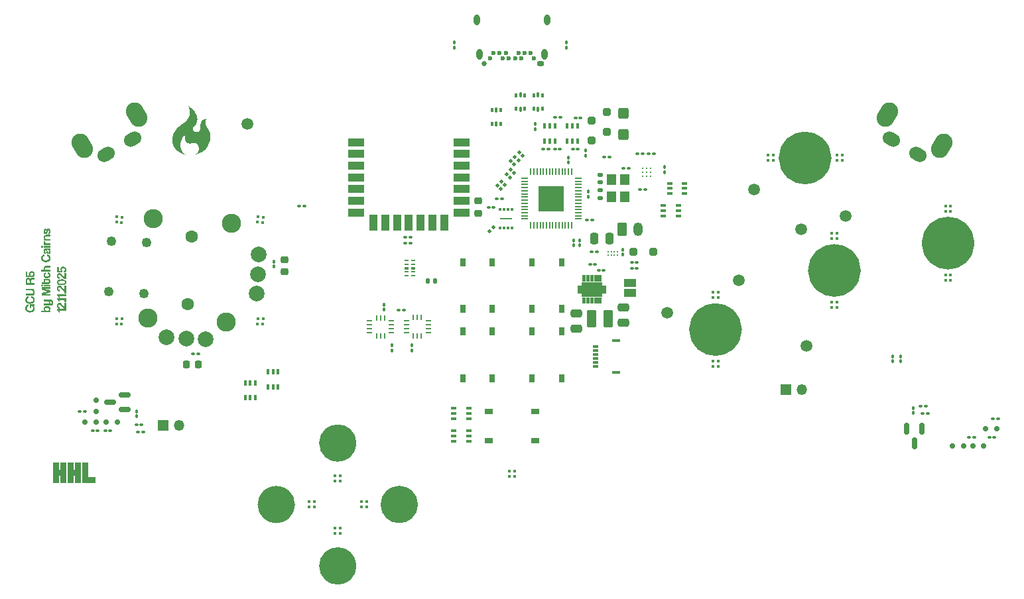
<source format=gbr>
%TF.GenerationSoftware,KiCad,Pcbnew,9.0.6-rc2*%
%TF.CreationDate,2025-12-11T22:20:18-08:00*%
%TF.ProjectId,UGC_Main_R5,5547435f-4d61-4696-9e5f-52352e6b6963,rev?*%
%TF.SameCoordinates,Original*%
%TF.FileFunction,Soldermask,Top*%
%TF.FilePolarity,Negative*%
%FSLAX46Y46*%
G04 Gerber Fmt 4.6, Leading zero omitted, Abs format (unit mm)*
G04 Created by KiCad (PCBNEW 9.0.6-rc2) date 2025-12-11 22:20:18*
%MOMM*%
%LPD*%
G01*
G04 APERTURE LIST*
G04 Aperture macros list*
%AMRoundRect*
0 Rectangle with rounded corners*
0 $1 Rounding radius*
0 $2 $3 $4 $5 $6 $7 $8 $9 X,Y pos of 4 corners*
0 Add a 4 corners polygon primitive as box body*
4,1,4,$2,$3,$4,$5,$6,$7,$8,$9,$2,$3,0*
0 Add four circle primitives for the rounded corners*
1,1,$1+$1,$2,$3*
1,1,$1+$1,$4,$5*
1,1,$1+$1,$6,$7*
1,1,$1+$1,$8,$9*
0 Add four rect primitives between the rounded corners*
20,1,$1+$1,$2,$3,$4,$5,0*
20,1,$1+$1,$4,$5,$6,$7,0*
20,1,$1+$1,$6,$7,$8,$9,0*
20,1,$1+$1,$8,$9,$2,$3,0*%
%AMHorizOval*
0 Thick line with rounded ends*
0 $1 width*
0 $2 $3 position (X,Y) of the first rounded end (center of the circle)*
0 $4 $5 position (X,Y) of the second rounded end (center of the circle)*
0 Add line between two ends*
20,1,$1,$2,$3,$4,$5,0*
0 Add two circle primitives to create the rounded ends*
1,1,$1,$2,$3*
1,1,$1,$4,$5*%
%AMRotRect*
0 Rectangle, with rotation*
0 The origin of the aperture is its center*
0 $1 length*
0 $2 width*
0 $3 Rotation angle, in degrees counterclockwise*
0 Add horizontal line*
21,1,$1,$2,0,0,$3*%
G04 Aperture macros list end*
%ADD10C,0.000000*%
%ADD11C,0.250000*%
%ADD12C,3.356250*%
%ADD13C,2.400000*%
%ADD14C,0.025000*%
%ADD15C,0.010000*%
%ADD16R,0.370000X0.370000*%
%ADD17RoundRect,0.100000X0.130000X0.100000X-0.130000X0.100000X-0.130000X-0.100000X0.130000X-0.100000X0*%
%ADD18RoundRect,0.250000X-0.250000X-0.475000X0.250000X-0.475000X0.250000X0.475000X-0.250000X0.475000X0*%
%ADD19RoundRect,0.100000X-0.130000X-0.100000X0.130000X-0.100000X0.130000X0.100000X-0.130000X0.100000X0*%
%ADD20RoundRect,0.250000X0.475000X-0.250000X0.475000X0.250000X-0.475000X0.250000X-0.475000X-0.250000X0*%
%ADD21RoundRect,0.100000X0.100000X-0.130000X0.100000X0.130000X-0.100000X0.130000X-0.100000X-0.130000X0*%
%ADD22RoundRect,0.100000X-0.100000X0.130000X-0.100000X-0.130000X0.100000X-0.130000X0.100000X0.130000X0*%
%ADD23R,1.350000X1.350000*%
%ADD24O,1.350000X1.350000*%
%ADD25RoundRect,0.250000X0.375000X0.850000X-0.375000X0.850000X-0.375000X-0.850000X0.375000X-0.850000X0*%
%ADD26RoundRect,0.100000X-0.162635X0.021213X0.021213X-0.162635X0.162635X-0.021213X-0.021213X0.162635X0*%
%ADD27RoundRect,0.150000X0.150000X0.200000X-0.150000X0.200000X-0.150000X-0.200000X0.150000X-0.200000X0*%
%ADD28R,0.745000X0.280000*%
%ADD29R,0.280000X0.745000*%
%ADD30R,0.565000X0.200000*%
%ADD31R,0.565000X0.400000*%
%ADD32RoundRect,0.140000X0.170000X-0.140000X0.170000X0.140000X-0.170000X0.140000X-0.170000X-0.140000X0*%
%ADD33RoundRect,0.150000X0.587500X0.150000X-0.587500X0.150000X-0.587500X-0.150000X0.587500X-0.150000X0*%
%ADD34RoundRect,0.250000X-0.425000X0.450000X-0.425000X-0.450000X0.425000X-0.450000X0.425000X0.450000X0*%
%ADD35RotRect,0.370000X0.370000X357.000000*%
%ADD36RoundRect,0.140000X-0.170000X0.140000X-0.170000X-0.140000X0.170000X-0.140000X0.170000X0.140000X0*%
%ADD37C,2.450000*%
%ADD38C,1.600000*%
%ADD39C,1.250000*%
%ADD40C,2.000000*%
%ADD41RoundRect,0.100000X0.162635X-0.021213X-0.021213X0.162635X-0.162635X0.021213X0.021213X-0.162635X0*%
%ADD42C,0.230000*%
%ADD43RoundRect,0.250000X-0.475000X0.250000X-0.475000X-0.250000X0.475000X-0.250000X0.475000X0.250000X0*%
%ADD44HorizOval,2.250000X-0.250000X0.433013X0.250000X-0.433013X0*%
%ADD45HorizOval,1.700000X0.259808X0.150000X-0.259808X-0.150000X0*%
%ADD46RoundRect,0.150000X-0.200000X0.150000X-0.200000X-0.150000X0.200000X-0.150000X0.200000X0.150000X0*%
%ADD47HorizOval,2.250000X-0.250000X-0.433013X0.250000X0.433013X0*%
%ADD48HorizOval,1.700000X0.259808X-0.150000X-0.259808X0.150000X0*%
%ADD49RoundRect,0.150000X-0.150000X-0.200000X0.150000X-0.200000X0.150000X0.200000X-0.150000X0.200000X0*%
%ADD50R,0.750000X1.000000*%
%ADD51RoundRect,0.150000X-0.150000X0.587500X-0.150000X-0.587500X0.150000X-0.587500X0.150000X0.587500X0*%
%ADD52RoundRect,0.100000X-0.021213X-0.162635X0.162635X0.021213X0.021213X0.162635X-0.162635X-0.021213X0*%
%ADD53C,1.500000*%
%ADD54RoundRect,0.100000X-0.225000X-0.100000X0.225000X-0.100000X0.225000X0.100000X-0.225000X0.100000X0*%
%ADD55RoundRect,0.050000X0.050000X-0.387500X0.050000X0.387500X-0.050000X0.387500X-0.050000X-0.387500X0*%
%ADD56RoundRect,0.050000X0.387500X-0.050000X0.387500X0.050000X-0.387500X0.050000X-0.387500X-0.050000X0*%
%ADD57R,3.200000X3.200000*%
%ADD58RoundRect,0.100000X0.100000X-0.225000X0.100000X0.225000X-0.100000X0.225000X-0.100000X-0.225000X0*%
%ADD59R,1.500000X1.000000*%
%ADD60RoundRect,0.140000X-0.140000X-0.170000X0.140000X-0.170000X0.140000X0.170000X-0.140000X0.170000X0*%
%ADD61RoundRect,0.100000X0.225000X0.100000X-0.225000X0.100000X-0.225000X-0.100000X0.225000X-0.100000X0*%
%ADD62R,2.000000X1.000000*%
%ADD63R,1.000000X2.000000*%
%ADD64R,1.000000X0.750000*%
%ADD65R,1.200000X1.400000*%
%ADD66RoundRect,0.093750X0.093750X-0.156250X0.093750X0.156250X-0.093750X0.156250X-0.093750X-0.156250X0*%
%ADD67RoundRect,0.075000X0.075000X-0.250000X0.075000X0.250000X-0.075000X0.250000X-0.075000X-0.250000X0*%
%ADD68RoundRect,0.225000X-0.225000X-0.250000X0.225000X-0.250000X0.225000X0.250000X-0.225000X0.250000X0*%
%ADD69RoundRect,0.218750X0.256250X-0.218750X0.256250X0.218750X-0.256250X0.218750X-0.256250X-0.218750X0*%
%ADD70RoundRect,0.250000X-0.250000X0.250000X-0.250000X-0.250000X0.250000X-0.250000X0.250000X0.250000X0*%
%ADD71RoundRect,0.225000X0.250000X-0.225000X0.250000X0.225000X-0.250000X0.225000X-0.250000X-0.225000X0*%
%ADD72RoundRect,0.093750X-0.093750X0.156250X-0.093750X-0.156250X0.093750X-0.156250X0.093750X0.156250X0*%
%ADD73RoundRect,0.075000X-0.075000X0.250000X-0.075000X-0.250000X0.075000X-0.250000X0.075000X0.250000X0*%
%ADD74R,0.700000X0.300000*%
%ADD75R,1.000000X0.300000*%
%ADD76C,0.290000*%
%ADD77RoundRect,0.250000X0.250000X-0.250000X0.250000X0.250000X-0.250000X0.250000X-0.250000X-0.250000X0*%
%ADD78RoundRect,0.250000X0.250000X0.250000X-0.250000X0.250000X-0.250000X-0.250000X0.250000X-0.250000X0*%
%ADD79R,0.300000X0.400000*%
%ADD80R,1.600000X0.200000*%
%ADD81RoundRect,0.250000X-0.350000X-0.625000X0.350000X-0.625000X0.350000X0.625000X-0.350000X0.625000X0*%
%ADD82O,1.200000X1.750000*%
%ADD83C,0.650000*%
%ADD84O,0.950000X0.650000*%
%ADD85C,0.600000*%
%ADD86O,0.800000X1.400000*%
G04 APERTURE END LIST*
D10*
G36*
X50367383Y-34141012D02*
G01*
X50490689Y-34224604D01*
X50604724Y-34309554D01*
X50709737Y-34395690D01*
X50805977Y-34482838D01*
X50893691Y-34570826D01*
X50973128Y-34659480D01*
X51044536Y-34748627D01*
X51108163Y-34838094D01*
X51164259Y-34927707D01*
X51213070Y-35017293D01*
X51254846Y-35106680D01*
X51289834Y-35195694D01*
X51318284Y-35284161D01*
X51340442Y-35371909D01*
X51356558Y-35458764D01*
X51366880Y-35544554D01*
X51371656Y-35629104D01*
X51371134Y-35712243D01*
X51365563Y-35793796D01*
X51355190Y-35873590D01*
X51340265Y-35951452D01*
X51321036Y-36027210D01*
X51297750Y-36100689D01*
X51270657Y-36171717D01*
X51240003Y-36240120D01*
X51206039Y-36305725D01*
X51169011Y-36368360D01*
X51129169Y-36427850D01*
X51086760Y-36484023D01*
X51042033Y-36536705D01*
X50995236Y-36585724D01*
X50973592Y-36608274D01*
X50953312Y-36631246D01*
X50934406Y-36654599D01*
X50916882Y-36678289D01*
X50900748Y-36702275D01*
X50886013Y-36726515D01*
X50872686Y-36750965D01*
X50860774Y-36775583D01*
X50850287Y-36800327D01*
X50841233Y-36825155D01*
X50833619Y-36850024D01*
X50827456Y-36874892D01*
X50822751Y-36899717D01*
X50819512Y-36924455D01*
X50817749Y-36949065D01*
X50817469Y-36973504D01*
X50818682Y-36997730D01*
X50821395Y-37021700D01*
X50825618Y-37045373D01*
X50831358Y-37068705D01*
X50838624Y-37091654D01*
X50847424Y-37114178D01*
X50857768Y-37136235D01*
X50869663Y-37157782D01*
X50883118Y-37178777D01*
X50898141Y-37199176D01*
X50914742Y-37218939D01*
X50932928Y-37238023D01*
X50952707Y-37256384D01*
X50974089Y-37273981D01*
X50997082Y-37290772D01*
X51021695Y-37306714D01*
X51053651Y-37323875D01*
X51086192Y-37338194D01*
X51119205Y-37349738D01*
X51152578Y-37358571D01*
X51186198Y-37364759D01*
X51219953Y-37368367D01*
X51253729Y-37369461D01*
X51287415Y-37368105D01*
X51320897Y-37364366D01*
X51354063Y-37358309D01*
X51386800Y-37350000D01*
X51418996Y-37339502D01*
X51450538Y-37326883D01*
X51481313Y-37312207D01*
X51511209Y-37295541D01*
X51540113Y-37276948D01*
X51567912Y-37256495D01*
X51594494Y-37234247D01*
X51619746Y-37210270D01*
X51643556Y-37184628D01*
X51665811Y-37157388D01*
X51686397Y-37128614D01*
X51705204Y-37098372D01*
X51722117Y-37066728D01*
X51737025Y-37033747D01*
X51749814Y-36999494D01*
X51760372Y-36964035D01*
X51768587Y-36927434D01*
X51774346Y-36889759D01*
X51777535Y-36851073D01*
X51778043Y-36811442D01*
X51775757Y-36770932D01*
X51767806Y-36649955D01*
X51766404Y-36535159D01*
X51768220Y-36480121D01*
X51771746Y-36426680D01*
X51777006Y-36374852D01*
X51784026Y-36324655D01*
X51792827Y-36276104D01*
X51803436Y-36229218D01*
X51815877Y-36184013D01*
X51830173Y-36140506D01*
X51846348Y-36098714D01*
X51864428Y-36058653D01*
X51884435Y-36020342D01*
X51906395Y-35983797D01*
X51930332Y-35949034D01*
X51956270Y-35916072D01*
X51984232Y-35884926D01*
X52014244Y-35855614D01*
X52046329Y-35828152D01*
X52080513Y-35802558D01*
X52116818Y-35778849D01*
X52155269Y-35757041D01*
X52195891Y-35737151D01*
X52238707Y-35719197D01*
X52283742Y-35703196D01*
X52331021Y-35689164D01*
X52380566Y-35677118D01*
X52432403Y-35667075D01*
X52486556Y-35659053D01*
X52543049Y-35653068D01*
X52499117Y-35741296D01*
X52463745Y-35825124D01*
X52436464Y-35904884D01*
X52416803Y-35980903D01*
X52404294Y-36053512D01*
X52398465Y-36123039D01*
X52398847Y-36189815D01*
X52404970Y-36254168D01*
X52416363Y-36316428D01*
X52432558Y-36376925D01*
X52453084Y-36435988D01*
X52477472Y-36493947D01*
X52505250Y-36551130D01*
X52535950Y-36607867D01*
X52604234Y-36721323D01*
X52755181Y-36957381D01*
X52830325Y-37085254D01*
X52866169Y-37152805D01*
X52900236Y-37223204D01*
X52932055Y-37296782D01*
X52961156Y-37373867D01*
X52987070Y-37454789D01*
X53009325Y-37539877D01*
X53027453Y-37629462D01*
X53040984Y-37723871D01*
X53049446Y-37823436D01*
X53052372Y-37928484D01*
X53045794Y-38095087D01*
X53025797Y-38266332D01*
X52991983Y-38440502D01*
X52943955Y-38615884D01*
X52881315Y-38790762D01*
X52803666Y-38963421D01*
X52759089Y-39048383D01*
X52710611Y-39132146D01*
X52658183Y-39214498D01*
X52601753Y-39295222D01*
X52541274Y-39374106D01*
X52476695Y-39450935D01*
X52407966Y-39525494D01*
X52335038Y-39597568D01*
X52257862Y-39666945D01*
X52176387Y-39733408D01*
X52090564Y-39796744D01*
X52000343Y-39856739D01*
X51905675Y-39913177D01*
X51806510Y-39965845D01*
X51702798Y-40014529D01*
X51594489Y-40059013D01*
X51481535Y-40099084D01*
X51363885Y-40134527D01*
X51241490Y-40165128D01*
X51114299Y-40190672D01*
X51172765Y-40160769D01*
X51226695Y-40128182D01*
X51276208Y-40093018D01*
X51321418Y-40055383D01*
X51362443Y-40015384D01*
X51399398Y-39973127D01*
X51432400Y-39928719D01*
X51461564Y-39882267D01*
X51487009Y-39833877D01*
X51508848Y-39783655D01*
X51527200Y-39731709D01*
X51542180Y-39678145D01*
X51553904Y-39623069D01*
X51562489Y-39566588D01*
X51568050Y-39508809D01*
X51570705Y-39449838D01*
X51570827Y-39406621D01*
X51568737Y-39363850D01*
X51564468Y-39321625D01*
X51558057Y-39280043D01*
X51549539Y-39239201D01*
X51538948Y-39199200D01*
X51526321Y-39160135D01*
X51511691Y-39122107D01*
X51495094Y-39085211D01*
X51476565Y-39049548D01*
X51456140Y-39015214D01*
X51433853Y-38982309D01*
X51409740Y-38950929D01*
X51383835Y-38921174D01*
X51356174Y-38893141D01*
X51326793Y-38866928D01*
X51295725Y-38842634D01*
X51263006Y-38820357D01*
X51228672Y-38800194D01*
X51192757Y-38782244D01*
X51155296Y-38766604D01*
X51116326Y-38753374D01*
X51075880Y-38742651D01*
X51033994Y-38734533D01*
X50990703Y-38729119D01*
X50946042Y-38726506D01*
X50900047Y-38726792D01*
X50852752Y-38730076D01*
X50804192Y-38736456D01*
X50754403Y-38746030D01*
X50703420Y-38758895D01*
X50651278Y-38775151D01*
X50597676Y-38791035D01*
X50544842Y-38802772D01*
X50492888Y-38810439D01*
X50441924Y-38814115D01*
X50392059Y-38813876D01*
X50343404Y-38809800D01*
X50296070Y-38801964D01*
X50250166Y-38790447D01*
X50205802Y-38775325D01*
X50163089Y-38756676D01*
X50122138Y-38734578D01*
X50083057Y-38709108D01*
X50045958Y-38680344D01*
X50010951Y-38648363D01*
X49978145Y-38613242D01*
X49947652Y-38575060D01*
X49919581Y-38533893D01*
X49894042Y-38489819D01*
X49871147Y-38442917D01*
X49851004Y-38393262D01*
X49833725Y-38340933D01*
X49819418Y-38286008D01*
X49808196Y-38228563D01*
X49800167Y-38168676D01*
X49795443Y-38106426D01*
X49794133Y-38041888D01*
X49796347Y-37975142D01*
X49802196Y-37906263D01*
X49811790Y-37835331D01*
X49825238Y-37762422D01*
X49842653Y-37687614D01*
X49864143Y-37610984D01*
X49776983Y-37692429D01*
X49696522Y-37776601D01*
X49622677Y-37863244D01*
X49555363Y-37952100D01*
X49494498Y-38042914D01*
X49439997Y-38135429D01*
X49391778Y-38229387D01*
X49349756Y-38324532D01*
X49313848Y-38420608D01*
X49283970Y-38517357D01*
X49260039Y-38614522D01*
X49241972Y-38711847D01*
X49229684Y-38809076D01*
X49223092Y-38905950D01*
X49222113Y-39002215D01*
X49226662Y-39097612D01*
X49236658Y-39191885D01*
X49252015Y-39284777D01*
X49272650Y-39376032D01*
X49298480Y-39465393D01*
X49329421Y-39552603D01*
X49365389Y-39637405D01*
X49406302Y-39719542D01*
X49452075Y-39798758D01*
X49502625Y-39874796D01*
X49557868Y-39947399D01*
X49617721Y-40016310D01*
X49682100Y-40081273D01*
X49750921Y-40142031D01*
X49824102Y-40198326D01*
X49901558Y-40249903D01*
X49983205Y-40296505D01*
X49790606Y-40247994D01*
X49610712Y-40192043D01*
X49443206Y-40129079D01*
X49287770Y-40059530D01*
X49144087Y-39983823D01*
X49011840Y-39902387D01*
X48890712Y-39815648D01*
X48780385Y-39724034D01*
X48680541Y-39627972D01*
X48590865Y-39527891D01*
X48511037Y-39424217D01*
X48440741Y-39317379D01*
X48379660Y-39207803D01*
X48327476Y-39095918D01*
X48283872Y-38982150D01*
X48248531Y-38866928D01*
X48221135Y-38750679D01*
X48201366Y-38633830D01*
X48188909Y-38516810D01*
X48183444Y-38400045D01*
X48184656Y-38283963D01*
X48192226Y-38168991D01*
X48205838Y-38055558D01*
X48225173Y-37944091D01*
X48249915Y-37835016D01*
X48279747Y-37728763D01*
X48314350Y-37625758D01*
X48353408Y-37526429D01*
X48396604Y-37431203D01*
X48443619Y-37340508D01*
X48494137Y-37254772D01*
X48547841Y-37174422D01*
X48633007Y-37061305D01*
X48721913Y-36954719D01*
X48813958Y-36854063D01*
X48908542Y-36758737D01*
X49005064Y-36668138D01*
X49102923Y-36581667D01*
X49201519Y-36498723D01*
X49300250Y-36418706D01*
X49684515Y-36115882D01*
X49774914Y-36041484D01*
X49861843Y-35966408D01*
X49944703Y-35890053D01*
X50022893Y-35811818D01*
X50089946Y-35738647D01*
X50151903Y-35662705D01*
X50208317Y-35583547D01*
X50258744Y-35500726D01*
X50302737Y-35413796D01*
X50339850Y-35322313D01*
X50369638Y-35225830D01*
X50391656Y-35123901D01*
X50405457Y-35016081D01*
X50410595Y-34901925D01*
X50406626Y-34780986D01*
X50393103Y-34652819D01*
X50369580Y-34516978D01*
X50335613Y-34373017D01*
X50290754Y-34220491D01*
X50234559Y-34058953D01*
X50367383Y-34141012D01*
G37*
D11*
G36*
X30577700Y-59361901D02*
G01*
X29973859Y-59361901D01*
X29973859Y-59831946D01*
X30165028Y-59831946D01*
X30165028Y-59585017D01*
X30229248Y-59594034D01*
X30289500Y-59620769D01*
X30342212Y-59664268D01*
X30364394Y-59691656D01*
X30383043Y-59722197D01*
X30397677Y-59755262D01*
X30408098Y-59790761D01*
X30415108Y-59854808D01*
X30412817Y-59893178D01*
X30406158Y-59928778D01*
X30380689Y-59992447D01*
X30339554Y-60047235D01*
X30282386Y-60093425D01*
X30208704Y-60129792D01*
X30119789Y-60153645D01*
X30026615Y-60161601D01*
X29965608Y-60159287D01*
X29909303Y-60152468D01*
X29859539Y-60141804D01*
X29814263Y-60127290D01*
X29774975Y-60109837D01*
X29739952Y-60089119D01*
X29710162Y-60066092D01*
X29684465Y-60040276D01*
X29663266Y-60012351D01*
X29646102Y-59981994D01*
X29624038Y-59914385D01*
X29618412Y-59853122D01*
X29627348Y-59781695D01*
X29653646Y-59715162D01*
X29672606Y-59685790D01*
X29694859Y-59659984D01*
X29719309Y-59638800D01*
X29746159Y-59621984D01*
X29773410Y-59610551D01*
X29802186Y-59603867D01*
X29806943Y-59603262D01*
X29806943Y-59363440D01*
X29723852Y-59378806D01*
X29647475Y-59411460D01*
X29578901Y-59460805D01*
X29519797Y-59526263D01*
X29472365Y-59606841D01*
X29439068Y-59700806D01*
X29428453Y-59752087D01*
X29422217Y-59805649D01*
X29420502Y-59853122D01*
X29422815Y-59910576D01*
X29429625Y-59964958D01*
X29440639Y-60015870D01*
X29455705Y-60063727D01*
X29474642Y-60108529D01*
X29497257Y-60150242D01*
X29553410Y-60225038D01*
X29623802Y-60288178D01*
X29708326Y-60339105D01*
X29806749Y-60376622D01*
X29918280Y-60399048D01*
X30016577Y-60404867D01*
X30132353Y-60395657D01*
X30189043Y-60384190D01*
X30243967Y-60368321D01*
X30296441Y-60348301D01*
X30346359Y-60324184D01*
X30392350Y-60296740D01*
X30435127Y-60265617D01*
X30473055Y-60232163D01*
X30507289Y-60195494D01*
X30536368Y-60157361D01*
X30561424Y-60116462D01*
X30581438Y-60074627D01*
X30597187Y-60030411D01*
X30608121Y-59985402D01*
X30614559Y-59938318D01*
X30616315Y-59896793D01*
X30614010Y-59843511D01*
X30607255Y-59792821D01*
X30596305Y-59745320D01*
X30581392Y-59701479D01*
X30563439Y-59663094D01*
X30542223Y-59629114D01*
X30519551Y-59601681D01*
X30494376Y-59578948D01*
X30472700Y-59564501D01*
X30578800Y-59559738D01*
X30577700Y-59361901D01*
G37*
G36*
X30190014Y-58537215D02*
G01*
X30234518Y-58549840D01*
X30274251Y-58566238D01*
X30306408Y-58584630D01*
X30334347Y-58606246D01*
X30356695Y-58629544D01*
X30375145Y-58655733D01*
X30399653Y-58715361D01*
X30408367Y-58789054D01*
X30406039Y-58827340D01*
X30399124Y-58862691D01*
X30388274Y-58893846D01*
X30373386Y-58922304D01*
X30332304Y-58970740D01*
X30274622Y-59009522D01*
X30197268Y-59038429D01*
X30096243Y-59055561D01*
X30017603Y-59058918D01*
X29952088Y-59056563D01*
X29891807Y-59049457D01*
X29841625Y-59038787D01*
X29796202Y-59024071D01*
X29759008Y-59007039D01*
X29726102Y-58986553D01*
X29699492Y-58964382D01*
X29676834Y-58939168D01*
X29658928Y-58912105D01*
X29644871Y-58882192D01*
X29628754Y-58813985D01*
X29626839Y-58777330D01*
X29636027Y-58711726D01*
X29663040Y-58651605D01*
X29682885Y-58624608D01*
X29706755Y-58600140D01*
X29734369Y-58578645D01*
X29765684Y-58560350D01*
X29828412Y-58537215D01*
X29828412Y-58299298D01*
X29781218Y-58306211D01*
X29735733Y-58317585D01*
X29692444Y-58333219D01*
X29651376Y-58353050D01*
X29613146Y-58376724D01*
X29577609Y-58404305D01*
X29545395Y-58435287D01*
X29516308Y-58469877D01*
X29490884Y-58507493D01*
X29468990Y-58548433D01*
X29451027Y-58592144D01*
X29436989Y-58638923D01*
X29427157Y-58688343D01*
X29421656Y-58740604D01*
X29420502Y-58779016D01*
X29422830Y-58833609D01*
X29429749Y-58885694D01*
X29440887Y-58934214D01*
X29456246Y-58980141D01*
X29475437Y-59022814D01*
X29498554Y-59062788D01*
X29555902Y-59133993D01*
X29628187Y-59193773D01*
X29715810Y-59241609D01*
X29819407Y-59276368D01*
X29939559Y-59296368D01*
X30031012Y-59300498D01*
X30097023Y-59298186D01*
X30159199Y-59291376D01*
X30216710Y-59280451D01*
X30270452Y-59265528D01*
X30319852Y-59247028D01*
X30365527Y-59224978D01*
X30407205Y-59199729D01*
X30445162Y-59171326D01*
X30479410Y-59139913D01*
X30509890Y-59105691D01*
X30559853Y-59028765D01*
X30594658Y-58941000D01*
X30613365Y-58842884D01*
X30616315Y-58782386D01*
X30613996Y-58730600D01*
X30607140Y-58681218D01*
X30596012Y-58634706D01*
X30580722Y-58590725D01*
X30561444Y-58549402D01*
X30538311Y-58510766D01*
X30480599Y-58441419D01*
X30407840Y-58383188D01*
X30320108Y-58337117D01*
X30217622Y-58304760D01*
X30190014Y-58299078D01*
X30190014Y-58537215D01*
G37*
G36*
X30204229Y-57597491D02*
G01*
X30246962Y-57599840D01*
X30284837Y-57606903D01*
X30314740Y-57617281D01*
X30340793Y-57631497D01*
X30361763Y-57648340D01*
X30379398Y-57668592D01*
X30404769Y-57719380D01*
X30417451Y-57788360D01*
X30418478Y-57818555D01*
X30416164Y-57852864D01*
X30409342Y-57884211D01*
X30398647Y-57911572D01*
X30384081Y-57935977D01*
X30344494Y-57975180D01*
X30290456Y-58002100D01*
X30220771Y-58015258D01*
X30195802Y-58016099D01*
X29458018Y-58016099D01*
X29458018Y-58257679D01*
X30217638Y-58257679D01*
X30270405Y-58255356D01*
X30319333Y-58248476D01*
X30362781Y-58237684D01*
X30402719Y-58222917D01*
X30438297Y-58204804D01*
X30470576Y-58183133D01*
X30525094Y-58129824D01*
X30567448Y-58062285D01*
X30597528Y-57978749D01*
X30613947Y-57876938D01*
X30616315Y-57815184D01*
X30613975Y-57751738D01*
X30606969Y-57692576D01*
X30596130Y-57640875D01*
X30581197Y-57593155D01*
X30563311Y-57551736D01*
X30541794Y-57514037D01*
X30517763Y-57481445D01*
X30490425Y-57452409D01*
X30460473Y-57427492D01*
X30427381Y-57406107D01*
X30351635Y-57374120D01*
X30261170Y-57356852D01*
X30204229Y-57354225D01*
X29458018Y-57354225D01*
X29458018Y-57597491D01*
X30204229Y-57597491D01*
G37*
G36*
X29836526Y-55960028D02*
G01*
X29908401Y-55980075D01*
X29967721Y-56014523D01*
X30012823Y-56060849D01*
X30042809Y-56117452D01*
X30046104Y-56107740D01*
X30072599Y-56055451D01*
X30089370Y-56035922D01*
X30109266Y-56019837D01*
X30134868Y-56006097D01*
X30165067Y-55996095D01*
X30208900Y-55988691D01*
X30261162Y-55986294D01*
X30578800Y-55986294D01*
X30578800Y-56219448D01*
X30289665Y-56219448D01*
X30256841Y-56220944D01*
X30208056Y-56232727D01*
X30175250Y-56256793D01*
X30162177Y-56276564D01*
X30152597Y-56301409D01*
X30145092Y-56341623D01*
X30142679Y-56391859D01*
X30142679Y-56638129D01*
X30578800Y-56638129D01*
X30578800Y-56869598D01*
X29458018Y-56869598D01*
X29458018Y-56339762D01*
X29655928Y-56339762D01*
X29655928Y-56638129D01*
X29949899Y-56638129D01*
X29949899Y-56348115D01*
X29948082Y-56313235D01*
X29933589Y-56255327D01*
X29921461Y-56233126D01*
X29906391Y-56215052D01*
X29887062Y-56199909D01*
X29864881Y-56189085D01*
X29835791Y-56181563D01*
X29803719Y-56179148D01*
X29770057Y-56181709D01*
X29722963Y-56197299D01*
X29688193Y-56226503D01*
X29674878Y-56247230D01*
X29664901Y-56272103D01*
X29658222Y-56303381D01*
X29655928Y-56339762D01*
X29458018Y-56339762D01*
X29458018Y-56301147D01*
X29462008Y-56241702D01*
X29470134Y-56199652D01*
X29482403Y-56160355D01*
X29498591Y-56123963D01*
X29518461Y-56090665D01*
X29541815Y-56060592D01*
X29568395Y-56033963D01*
X29598027Y-56010907D01*
X29630429Y-55991649D01*
X29665436Y-55976336D01*
X29702753Y-55965181D01*
X29742203Y-55958348D01*
X29783496Y-55956032D01*
X29836526Y-55960028D01*
G37*
G36*
X30139822Y-55661549D02*
G01*
X30110363Y-55644535D01*
X30086212Y-55624348D01*
X30069833Y-55604200D01*
X30057439Y-55581057D01*
X30044946Y-55526536D01*
X30044201Y-55506796D01*
X30046521Y-55475825D01*
X30053385Y-55448472D01*
X30063802Y-55426119D01*
X30077954Y-55406901D01*
X30116589Y-55377992D01*
X30171863Y-55360588D01*
X30226357Y-55356294D01*
X30273803Y-55358710D01*
X30316152Y-55366246D01*
X30347086Y-55376718D01*
X30373808Y-55391272D01*
X30393483Y-55407548D01*
X30409483Y-55427303D01*
X30421039Y-55449329D01*
X30428945Y-55474753D01*
X30433573Y-55520205D01*
X30431253Y-55550010D01*
X30424397Y-55576985D01*
X30413748Y-55599955D01*
X30399230Y-55620036D01*
X30359725Y-55650614D01*
X30305081Y-55668475D01*
X30285781Y-55671001D01*
X30285781Y-55893897D01*
X30326389Y-55889817D01*
X30365037Y-55881356D01*
X30436692Y-55851735D01*
X30499290Y-55806084D01*
X30550839Y-55745587D01*
X30588951Y-55671963D01*
X30602214Y-55630936D01*
X30611223Y-55587665D01*
X30616315Y-55520205D01*
X30613997Y-55473389D01*
X30607150Y-55428774D01*
X30596039Y-55386874D01*
X30580785Y-55347509D01*
X30561688Y-55311101D01*
X30538811Y-55277554D01*
X30512422Y-55247162D01*
X30482586Y-55219962D01*
X30449464Y-55196135D01*
X30413199Y-55175852D01*
X30373797Y-55159237D01*
X30331536Y-55146549D01*
X30286275Y-55137925D01*
X30238429Y-55133641D01*
X30216099Y-55133178D01*
X30167938Y-55135481D01*
X30122981Y-55142223D01*
X30081622Y-55153053D01*
X30043580Y-55167763D01*
X30009030Y-55186049D01*
X29977941Y-55207706D01*
X29926280Y-55260403D01*
X29889217Y-55324536D01*
X29867891Y-55398818D01*
X29863144Y-55458070D01*
X29865727Y-55510768D01*
X29874435Y-55561702D01*
X29886025Y-55598281D01*
X29902607Y-55632296D01*
X29938395Y-55677229D01*
X29647575Y-55667484D01*
X29647575Y-55175163D01*
X29458018Y-55175163D01*
X29458018Y-55866933D01*
X30139675Y-55890600D01*
X30139822Y-55661549D01*
G37*
G36*
X32207375Y-59582862D02*
G01*
X32314702Y-59596819D01*
X32405681Y-59626031D01*
X32480461Y-59668322D01*
X32539316Y-59722004D01*
X32562824Y-59752767D01*
X32582315Y-59785959D01*
X32597790Y-59821677D01*
X32609000Y-59859518D01*
X32615919Y-59899917D01*
X32618247Y-59942149D01*
X32611984Y-60008580D01*
X32590197Y-60073268D01*
X32553282Y-60126802D01*
X32528534Y-60149922D01*
X32499765Y-60170101D01*
X32594800Y-60171713D01*
X32594800Y-60386329D01*
X31459950Y-60386329D01*
X31459950Y-60166657D01*
X31865735Y-60166657D01*
X31819667Y-60127163D01*
X31777014Y-60069793D01*
X31761709Y-60037401D01*
X31750631Y-60002730D01*
X31749087Y-59994246D01*
X31932486Y-59994246D01*
X31933035Y-60010266D01*
X31945114Y-60064304D01*
X31957022Y-60087201D01*
X31972871Y-60107469D01*
X31993986Y-60126069D01*
X32019563Y-60141697D01*
X32053085Y-60155511D01*
X32092116Y-60165658D01*
X32142585Y-60172669D01*
X32200079Y-60175010D01*
X32222246Y-60174324D01*
X32260837Y-60169619D01*
X32296413Y-60160730D01*
X32356302Y-60132347D01*
X32399889Y-60092924D01*
X32426438Y-60045655D01*
X32433199Y-60019808D01*
X32435504Y-59992561D01*
X32434994Y-59979402D01*
X32430472Y-59952090D01*
X32421464Y-59926571D01*
X32407622Y-59902178D01*
X32389460Y-59880129D01*
X32366145Y-59859817D01*
X32338696Y-59842534D01*
X32306292Y-59828106D01*
X32270119Y-59817437D01*
X32229919Y-59810725D01*
X32186523Y-59808426D01*
X32144619Y-59809752D01*
X32063651Y-59822691D01*
X32006534Y-59846853D01*
X31966958Y-59881388D01*
X31952441Y-59903525D01*
X31941869Y-59928684D01*
X31934831Y-59959626D01*
X31932486Y-59994246D01*
X31749087Y-59994246D01*
X31743654Y-59964404D01*
X31741317Y-59923684D01*
X31741326Y-59921085D01*
X31743878Y-59880104D01*
X31750848Y-59841456D01*
X31762158Y-59804955D01*
X31777590Y-59770958D01*
X31797490Y-59738793D01*
X31821334Y-59709405D01*
X31850052Y-59681914D01*
X31882592Y-59657577D01*
X31920374Y-59635643D01*
X31961833Y-59617325D01*
X32008536Y-59602226D01*
X32058664Y-59591239D01*
X32113496Y-59584338D01*
X32171356Y-59582013D01*
X32207375Y-59582862D01*
G37*
G36*
X32618393Y-58981249D02*
G01*
X32650563Y-58983520D01*
X32679906Y-58990037D01*
X32706707Y-59000587D01*
X32730186Y-59014619D01*
X32766997Y-59052122D01*
X32779503Y-59074610D01*
X32787614Y-59098773D01*
X32791244Y-59130066D01*
X32788929Y-59167162D01*
X32782102Y-59199632D01*
X32771916Y-59225578D01*
X32758158Y-59247589D01*
X32741765Y-59264989D01*
X32722350Y-59278803D01*
X32674104Y-59295875D01*
X32635906Y-59299106D01*
X32635906Y-59507055D01*
X32685362Y-59504712D01*
X32731630Y-59497695D01*
X32772286Y-59486777D01*
X32809811Y-59471708D01*
X32842591Y-59453456D01*
X32872271Y-59431442D01*
X32898083Y-59406395D01*
X32920730Y-59377799D01*
X32956037Y-59310140D01*
X32977701Y-59226638D01*
X32984025Y-59140177D01*
X32981699Y-59092871D01*
X32974794Y-59047357D01*
X32963582Y-59004465D01*
X32948116Y-58963956D01*
X32928946Y-58926895D01*
X32905897Y-58892717D01*
X32879785Y-58862452D01*
X32850174Y-58835484D01*
X32817970Y-58812592D01*
X32782604Y-58793361D01*
X32744834Y-58778269D01*
X32704174Y-58767205D01*
X32661051Y-58760448D01*
X32615244Y-58758133D01*
X32615096Y-58758133D01*
X31764765Y-58758133D01*
X31764765Y-58981249D01*
X32270933Y-58981249D01*
X32298467Y-58983548D01*
X32324044Y-58990261D01*
X32368242Y-59015935D01*
X32401114Y-59056414D01*
X32412458Y-59081670D01*
X32419870Y-59109786D01*
X32423121Y-59146919D01*
X32420775Y-59178883D01*
X32413734Y-59206613D01*
X32403464Y-59227809D01*
X32389436Y-59245622D01*
X32351804Y-59270397D01*
X32297133Y-59282901D01*
X32270933Y-59284012D01*
X31764765Y-59284012D01*
X31764765Y-59507055D01*
X32302880Y-59507055D01*
X32344026Y-59504750D01*
X32382739Y-59498000D01*
X32418871Y-59487042D01*
X32452263Y-59472123D01*
X32510491Y-59431112D01*
X32556164Y-59376424D01*
X32587631Y-59309551D01*
X32602975Y-59232304D01*
X32604178Y-59202313D01*
X32595264Y-59123574D01*
X32584388Y-59087179D01*
X32569725Y-59054426D01*
X32552489Y-59027252D01*
X32532449Y-59004891D01*
X32496174Y-58981249D01*
X32618393Y-58981249D01*
G37*
G36*
X32594800Y-57178150D02*
G01*
X31474018Y-57178150D01*
X31474018Y-57518283D01*
X32285148Y-57718098D01*
X31474018Y-57917840D01*
X31474018Y-58264713D01*
X32594800Y-58264713D01*
X32594800Y-58043283D01*
X31831077Y-58045628D01*
X32594800Y-57840757D01*
X32594800Y-57605404D01*
X31827706Y-57398848D01*
X32594800Y-57401193D01*
X32594800Y-57178150D01*
G37*
G36*
X32594800Y-56865055D02*
G01*
X31764765Y-56865055D01*
X31764765Y-57088171D01*
X32594800Y-57088171D01*
X32594800Y-56865055D01*
G37*
G36*
X31667971Y-56865055D02*
G01*
X31459950Y-56865055D01*
X31459950Y-57088171D01*
X31667971Y-57088171D01*
X31667971Y-56865055D01*
G37*
G36*
X32264705Y-56302100D02*
G01*
X32305144Y-56304466D01*
X32340033Y-56311652D01*
X32365326Y-56321730D01*
X32386263Y-56335516D01*
X32401272Y-56351162D01*
X32412546Y-56369939D01*
X32423456Y-56416414D01*
X32423781Y-56427397D01*
X32421457Y-56455685D01*
X32414574Y-56479996D01*
X32404336Y-56498956D01*
X32390454Y-56514790D01*
X32351798Y-56537665D01*
X32293343Y-56549800D01*
X32261335Y-56551081D01*
X31924060Y-56551081D01*
X31924060Y-56094078D01*
X31764765Y-56094078D01*
X31764765Y-56551081D01*
X31539670Y-56551081D01*
X31539670Y-56770753D01*
X32283170Y-56770753D01*
X32330741Y-56768372D01*
X32376634Y-56761086D01*
X32417066Y-56749798D01*
X32455108Y-56733962D01*
X32487729Y-56715141D01*
X32517555Y-56692157D01*
X32542711Y-56666646D01*
X32564778Y-56637228D01*
X32582866Y-56605020D01*
X32597524Y-56568968D01*
X32608406Y-56529323D01*
X32615386Y-56485701D01*
X32618247Y-56430767D01*
X32615951Y-56383179D01*
X32609259Y-56339471D01*
X32598612Y-56300023D01*
X32584241Y-56264240D01*
X32566355Y-56231946D01*
X32545288Y-56203220D01*
X32493396Y-56155236D01*
X32428816Y-56120205D01*
X32351914Y-56099285D01*
X32284855Y-56094078D01*
X32047158Y-56094078D01*
X32047158Y-56302100D01*
X32264705Y-56302100D01*
G37*
G36*
X32292696Y-55485547D02*
G01*
X32321633Y-55490582D01*
X32347275Y-55499688D01*
X32369341Y-55512372D01*
X32388089Y-55528392D01*
X32415837Y-55570045D01*
X32429481Y-55624138D01*
X32430448Y-55644696D01*
X32428098Y-55668513D01*
X32421021Y-55691443D01*
X32409434Y-55712780D01*
X32393218Y-55732626D01*
X32346208Y-55766882D01*
X32277833Y-55791674D01*
X32234608Y-55799423D01*
X32185865Y-55803267D01*
X32164615Y-55803625D01*
X32113140Y-55801341D01*
X32068942Y-55794736D01*
X32033618Y-55784901D01*
X32004029Y-55771869D01*
X31980735Y-55756665D01*
X31962086Y-55739078D01*
X31937449Y-55697673D01*
X31927666Y-55646271D01*
X31927504Y-55637955D01*
X31929825Y-55608220D01*
X31936693Y-55580789D01*
X31947509Y-55556804D01*
X31962304Y-55535587D01*
X31980454Y-55517846D01*
X32002152Y-55503315D01*
X32027219Y-55492297D01*
X32055583Y-55485038D01*
X32063571Y-55483789D01*
X32063571Y-55259134D01*
X32020167Y-55264455D01*
X31979409Y-55274137D01*
X31941896Y-55287807D01*
X31907204Y-55305402D01*
X31875604Y-55326648D01*
X31847034Y-55351465D01*
X31799250Y-55411521D01*
X31764762Y-55485235D01*
X31745137Y-55572358D01*
X31741317Y-55636270D01*
X31743679Y-55688856D01*
X31750830Y-55738471D01*
X31761869Y-55781763D01*
X31777221Y-55822115D01*
X31795695Y-55857274D01*
X31818134Y-55889520D01*
X31843540Y-55917669D01*
X31872741Y-55942848D01*
X31905385Y-55964683D01*
X31941850Y-55983362D01*
X32027614Y-56010988D01*
X32133069Y-56024251D01*
X32169304Y-56025055D01*
X32230399Y-56022741D01*
X32287057Y-56015920D01*
X32337732Y-56005181D01*
X32384226Y-55990546D01*
X32425434Y-55972730D01*
X32462672Y-55951540D01*
X32495363Y-55927601D01*
X32524216Y-55900701D01*
X32570240Y-55838858D01*
X32601269Y-55765956D01*
X32616741Y-55681433D01*
X32618247Y-55643011D01*
X32615933Y-55597203D01*
X32609112Y-55553200D01*
X32597916Y-55511093D01*
X32582548Y-55471312D01*
X32563207Y-55434138D01*
X32540070Y-55399795D01*
X32513483Y-55368707D01*
X32483506Y-55340920D01*
X32450653Y-55316899D01*
X32414830Y-55296604D01*
X32376656Y-55280436D01*
X32335920Y-55268385D01*
X32292696Y-55260673D01*
X32292696Y-55485547D01*
G37*
G36*
X32594800Y-54448224D02*
G01*
X32007518Y-54448224D01*
X31968522Y-54450532D01*
X31932214Y-54457315D01*
X31899143Y-54468177D01*
X31868904Y-54482976D01*
X31817397Y-54523500D01*
X31778016Y-54578102D01*
X31751987Y-54646490D01*
X31741426Y-54728134D01*
X31741317Y-54737798D01*
X31750065Y-54814286D01*
X31775849Y-54886734D01*
X31794026Y-54917952D01*
X31814818Y-54944305D01*
X31836144Y-54963861D01*
X31858737Y-54977748D01*
X31861705Y-54979085D01*
X31459950Y-54979085D01*
X31459950Y-55202128D01*
X32594800Y-55202128D01*
X32594800Y-54979085D01*
X32118453Y-54979085D01*
X32081470Y-54976757D01*
X32046763Y-54969838D01*
X32016187Y-54958982D01*
X31988817Y-54944081D01*
X31966613Y-54926574D01*
X31948128Y-54905681D01*
X31934552Y-54883041D01*
X31925016Y-54857536D01*
X31919077Y-54811730D01*
X31921569Y-54772670D01*
X31929632Y-54740543D01*
X31939813Y-54720887D01*
X31953961Y-54704793D01*
X31991999Y-54683913D01*
X32053084Y-54673663D01*
X32079765Y-54672951D01*
X32594800Y-54672951D01*
X32594800Y-54448224D01*
G37*
G36*
X32206014Y-53208813D02*
G01*
X32250518Y-53221438D01*
X32290251Y-53237836D01*
X32322408Y-53256228D01*
X32350347Y-53277844D01*
X32372695Y-53301142D01*
X32391145Y-53327331D01*
X32415653Y-53386959D01*
X32424367Y-53460652D01*
X32422039Y-53498938D01*
X32415124Y-53534289D01*
X32404274Y-53565444D01*
X32389386Y-53593902D01*
X32348304Y-53642338D01*
X32290622Y-53681121D01*
X32213268Y-53710027D01*
X32112243Y-53727159D01*
X32033603Y-53730516D01*
X31968088Y-53728161D01*
X31907807Y-53721055D01*
X31857625Y-53710385D01*
X31812202Y-53695669D01*
X31775008Y-53678637D01*
X31742102Y-53658151D01*
X31715492Y-53635980D01*
X31692834Y-53610767D01*
X31674928Y-53583703D01*
X31660871Y-53553790D01*
X31644754Y-53485583D01*
X31642839Y-53448928D01*
X31652027Y-53383324D01*
X31679040Y-53323203D01*
X31698885Y-53296206D01*
X31722755Y-53271738D01*
X31750369Y-53250243D01*
X31781684Y-53231948D01*
X31844412Y-53208813D01*
X31844412Y-52970896D01*
X31797218Y-52977809D01*
X31751733Y-52989184D01*
X31708444Y-53004817D01*
X31667376Y-53024648D01*
X31629146Y-53048322D01*
X31593609Y-53075903D01*
X31561395Y-53106885D01*
X31532308Y-53141475D01*
X31506884Y-53179091D01*
X31484990Y-53220031D01*
X31467027Y-53263742D01*
X31452989Y-53310521D01*
X31443157Y-53359941D01*
X31437656Y-53412202D01*
X31436502Y-53450614D01*
X31438830Y-53505207D01*
X31445749Y-53557292D01*
X31456887Y-53605812D01*
X31472246Y-53651739D01*
X31491437Y-53694412D01*
X31514554Y-53734387D01*
X31571902Y-53805591D01*
X31644187Y-53865372D01*
X31731810Y-53913207D01*
X31835407Y-53947966D01*
X31955559Y-53967967D01*
X32047012Y-53972096D01*
X32113023Y-53969784D01*
X32175199Y-53962974D01*
X32232710Y-53952049D01*
X32286452Y-53937126D01*
X32335852Y-53918626D01*
X32381527Y-53896577D01*
X32423205Y-53871327D01*
X32461162Y-53842924D01*
X32495410Y-53811511D01*
X32525890Y-53777289D01*
X32575853Y-53700364D01*
X32610658Y-53612599D01*
X32629365Y-53514482D01*
X32632315Y-53453984D01*
X32629996Y-53402198D01*
X32623140Y-53352816D01*
X32612012Y-53306305D01*
X32596722Y-53262323D01*
X32577444Y-53221000D01*
X32554311Y-53182364D01*
X32496599Y-53113017D01*
X32423840Y-53054786D01*
X32336108Y-53008715D01*
X32233622Y-52976358D01*
X32206014Y-52970676D01*
X32206014Y-53208813D01*
G37*
G36*
X32594800Y-52406182D02*
G01*
X32525850Y-52419884D01*
X32546253Y-52441280D01*
X32566691Y-52469594D01*
X32584374Y-52502429D01*
X32598703Y-52539066D01*
X32609425Y-52579525D01*
X32618247Y-52668206D01*
X32613387Y-52738419D01*
X32593899Y-52812730D01*
X32561738Y-52869265D01*
X32541040Y-52891814D01*
X32517595Y-52910393D01*
X32490345Y-52925619D01*
X32460504Y-52936599D01*
X32425937Y-52943702D01*
X32388903Y-52946057D01*
X32333111Y-52942780D01*
X32262828Y-52925523D01*
X32219911Y-52902744D01*
X32185580Y-52872387D01*
X32158584Y-52835047D01*
X32137669Y-52791317D01*
X32121585Y-52741792D01*
X32109081Y-52687064D01*
X32089803Y-52564378D01*
X32082294Y-52519598D01*
X32065154Y-52465207D01*
X32042800Y-52438210D01*
X32022730Y-52429566D01*
X31997699Y-52426992D01*
X31976545Y-52430107D01*
X31960046Y-52437954D01*
X31945880Y-52450338D01*
X31932847Y-52469454D01*
X31923096Y-52493710D01*
X31916328Y-52526176D01*
X31914021Y-52564085D01*
X31919987Y-52617787D01*
X31928261Y-52641741D01*
X31939843Y-52661735D01*
X31955870Y-52679219D01*
X31975310Y-52692750D01*
X32003780Y-52704561D01*
X32036680Y-52711510D01*
X32036680Y-52919312D01*
X31986729Y-52915546D01*
X31915343Y-52897678D01*
X31857555Y-52866197D01*
X31832922Y-52845132D01*
X31810895Y-52820118D01*
X31791300Y-52790422D01*
X31774711Y-52756272D01*
X31760749Y-52715611D01*
X31750417Y-52669672D01*
X31743627Y-52615025D01*
X31741317Y-52553974D01*
X31744473Y-52483985D01*
X31755991Y-52422009D01*
X32193118Y-52422009D01*
X32201694Y-52432895D01*
X32220422Y-52479358D01*
X32238400Y-52560275D01*
X32258464Y-52638090D01*
X32283177Y-52686055D01*
X32297828Y-52701596D01*
X32314506Y-52712603D01*
X32338142Y-52720540D01*
X32365602Y-52723014D01*
X32388409Y-52721117D01*
X32423119Y-52706640D01*
X32436437Y-52693213D01*
X32446240Y-52675870D01*
X32453369Y-52650348D01*
X32455728Y-52619480D01*
X32447583Y-52560008D01*
X32436748Y-52530694D01*
X32421952Y-52504199D01*
X32403586Y-52480821D01*
X32382112Y-52460962D01*
X32332689Y-52433570D01*
X32278114Y-52423621D01*
X32193118Y-52422009D01*
X31755991Y-52422009D01*
X31761215Y-52393903D01*
X31790287Y-52325495D01*
X31809369Y-52297526D01*
X31831443Y-52273389D01*
X31857739Y-52252028D01*
X31887198Y-52234535D01*
X31923381Y-52219479D01*
X31963265Y-52208698D01*
X32014093Y-52201227D01*
X32069653Y-52198820D01*
X32594800Y-52198820D01*
X32594800Y-52406182D01*
G37*
G36*
X32594800Y-51880157D02*
G01*
X31764765Y-51880157D01*
X31764765Y-52103272D01*
X32594800Y-52103272D01*
X32594800Y-51880157D01*
G37*
G36*
X31667971Y-51880157D02*
G01*
X31459950Y-51880157D01*
X31459950Y-52103272D01*
X31667971Y-52103272D01*
X31667971Y-51880157D01*
G37*
G36*
X32594800Y-51562812D02*
G01*
X32162123Y-51562812D01*
X32120895Y-51560460D01*
X32084484Y-51553379D01*
X32056056Y-51543030D01*
X32031464Y-51528853D01*
X32011944Y-51512112D01*
X31995776Y-51491976D01*
X31973481Y-51441381D01*
X31964497Y-51372338D01*
X31964433Y-51365195D01*
X31969929Y-51302400D01*
X31741317Y-51302400D01*
X31741317Y-51333321D01*
X31745442Y-51405991D01*
X31752600Y-51441145D01*
X31764935Y-51475243D01*
X31780554Y-51503349D01*
X31801743Y-51530415D01*
X31856722Y-51576221D01*
X31764765Y-51576221D01*
X31764765Y-51785854D01*
X32594800Y-51785854D01*
X32594800Y-51562812D01*
G37*
G36*
X32594800Y-50492662D02*
G01*
X32019241Y-50492662D01*
X31976638Y-50494965D01*
X31937429Y-50501710D01*
X31902307Y-50512403D01*
X31870533Y-50526898D01*
X31842322Y-50544832D01*
X31817495Y-50566057D01*
X31777779Y-50618117D01*
X31751876Y-50682779D01*
X31741425Y-50759718D01*
X31741317Y-50768827D01*
X31743629Y-50816123D01*
X31750434Y-50859098D01*
X31760995Y-50896339D01*
X31775332Y-50929798D01*
X31792870Y-50958995D01*
X31813702Y-50984742D01*
X31865244Y-51026627D01*
X31877238Y-51033562D01*
X31764765Y-51033562D01*
X31764765Y-51246566D01*
X32594800Y-51246566D01*
X32594800Y-51023524D01*
X32119625Y-51023524D01*
X32077336Y-51021171D01*
X32040462Y-51014080D01*
X32012495Y-51003885D01*
X31988713Y-50989951D01*
X31970485Y-50973756D01*
X31955813Y-50954326D01*
X31937188Y-50905920D01*
X31932413Y-50856168D01*
X31934963Y-50813748D01*
X31943432Y-50779996D01*
X31953518Y-50761200D01*
X31967515Y-50746079D01*
X32005402Y-50726944D01*
X32068743Y-50717873D01*
X32092807Y-50717390D01*
X32594800Y-50717390D01*
X32594800Y-50492662D01*
G37*
G36*
X32018215Y-49690397D02*
G01*
X31972622Y-49695769D01*
X31931011Y-49705714D01*
X31896705Y-49718820D01*
X31865740Y-49735909D01*
X31839596Y-49755789D01*
X31816479Y-49779392D01*
X31779737Y-49837418D01*
X31754516Y-49913718D01*
X31742107Y-50013995D01*
X31741317Y-50050680D01*
X31743616Y-50112094D01*
X31750327Y-50166909D01*
X31760588Y-50213262D01*
X31774374Y-50254000D01*
X31790704Y-50288013D01*
X31809849Y-50317193D01*
X31831103Y-50341233D01*
X31854648Y-50360967D01*
X31908424Y-50388357D01*
X31972261Y-50400306D01*
X31988980Y-50400778D01*
X32026039Y-50398319D01*
X32061304Y-50390488D01*
X32089975Y-50378971D01*
X32117060Y-50362568D01*
X32140957Y-50342315D01*
X32163243Y-50317007D01*
X32178170Y-50295558D01*
X32216380Y-50217057D01*
X32255140Y-50090585D01*
X32272985Y-50019319D01*
X32285551Y-49971990D01*
X32301474Y-49931892D01*
X32323701Y-49902939D01*
X32338099Y-49893865D01*
X32355178Y-49889044D01*
X32365236Y-49888381D01*
X32383619Y-49890653D01*
X32399472Y-49897184D01*
X32424392Y-49921848D01*
X32441836Y-49964959D01*
X32448987Y-50032215D01*
X32446666Y-50071896D01*
X32439797Y-50106886D01*
X32429639Y-50134547D01*
X32415895Y-50157761D01*
X32400249Y-50174917D01*
X32381768Y-50187948D01*
X32361476Y-50196388D01*
X32338732Y-50200700D01*
X32326328Y-50201256D01*
X32326328Y-50431113D01*
X32363859Y-50428024D01*
X32399510Y-50420348D01*
X32432364Y-50408480D01*
X32463095Y-50392359D01*
X32517145Y-50348036D01*
X32561281Y-50287102D01*
X32594255Y-50208498D01*
X32613906Y-50110970D01*
X32618247Y-50030530D01*
X32615925Y-49971522D01*
X32609051Y-49917498D01*
X32598467Y-49870995D01*
X32584039Y-49829091D01*
X32566926Y-49793686D01*
X32546566Y-49762521D01*
X32524087Y-49736673D01*
X32498801Y-49714820D01*
X32441327Y-49683717D01*
X32373255Y-49668479D01*
X32342081Y-49667023D01*
X32303459Y-49669345D01*
X32269262Y-49676221D01*
X32241013Y-49686643D01*
X32216078Y-49700812D01*
X32175212Y-49739786D01*
X32142355Y-49796832D01*
X32139116Y-49804556D01*
X32107776Y-49903649D01*
X32094024Y-49955727D01*
X32068114Y-50051706D01*
X32043373Y-50126029D01*
X32030053Y-50151859D01*
X32014843Y-50170184D01*
X32000825Y-50179400D01*
X31984558Y-50183947D01*
X31975864Y-50184476D01*
X31958592Y-50182151D01*
X31944102Y-50175253D01*
X31923796Y-50149917D01*
X31911447Y-50102675D01*
X31908966Y-50057421D01*
X31911436Y-50012411D01*
X31919349Y-49976203D01*
X31929222Y-49954522D01*
X31942841Y-49937006D01*
X31978505Y-49914725D01*
X32018215Y-49904940D01*
X32018215Y-49690397D01*
G37*
G36*
X34610800Y-59971751D02*
G01*
X33490018Y-59971751D01*
X33490018Y-60154274D01*
X33533382Y-60161313D01*
X33571097Y-60173283D01*
X33597008Y-60186810D01*
X33619433Y-60204350D01*
X33636941Y-60224289D01*
X33651564Y-60248250D01*
X33672536Y-60310873D01*
X33682045Y-60403079D01*
X33682286Y-60423332D01*
X33838211Y-60423332D01*
X33838211Y-60194867D01*
X34610800Y-60194867D01*
X34610800Y-59971751D01*
G37*
G36*
X34610800Y-59162159D02*
G01*
X34416333Y-59162159D01*
X34416333Y-59642463D01*
X34374246Y-59629761D01*
X34316784Y-59592385D01*
X34249067Y-59525587D01*
X34220328Y-59489030D01*
X34144176Y-59386707D01*
X34075394Y-59305999D01*
X34032458Y-59263856D01*
X33990233Y-59229891D01*
X33954009Y-59207008D01*
X33916971Y-59189445D01*
X33842157Y-59169672D01*
X33780984Y-59165530D01*
X33735461Y-59167845D01*
X33693397Y-59174669D01*
X33655859Y-59185437D01*
X33621550Y-59200120D01*
X33590796Y-59218322D01*
X33563168Y-59240030D01*
X33516716Y-59294106D01*
X33481880Y-59363360D01*
X33459736Y-59449439D01*
X33452502Y-59545889D01*
X33454828Y-59594758D01*
X33461731Y-59640513D01*
X33472642Y-59681673D01*
X33487619Y-59719745D01*
X33506037Y-59753804D01*
X33528129Y-59784762D01*
X33582331Y-59836579D01*
X33650419Y-59875531D01*
X33733363Y-59900921D01*
X33832384Y-59911007D01*
X33842241Y-59911081D01*
X33842241Y-59696392D01*
X33795325Y-59694084D01*
X33755719Y-59687308D01*
X33725879Y-59677548D01*
X33701257Y-59664497D01*
X33682551Y-59649361D01*
X33667871Y-59631590D01*
X33649196Y-59587679D01*
X33643671Y-59535778D01*
X33646185Y-59497796D01*
X33654401Y-59463488D01*
X33665241Y-59440270D01*
X33680520Y-59420362D01*
X33697833Y-59406083D01*
X33719181Y-59395026D01*
X33773772Y-59383959D01*
X33787726Y-59383590D01*
X33822464Y-59386081D01*
X33854692Y-59394140D01*
X33907236Y-59423087D01*
X33965576Y-59478638D01*
X34051654Y-59589267D01*
X34108149Y-59663873D01*
X34162010Y-59726846D01*
X34208902Y-59774495D01*
X34254629Y-59814129D01*
X34296981Y-59844709D01*
X34339100Y-59869397D01*
X34423334Y-59903167D01*
X34516632Y-59921226D01*
X34610800Y-59926249D01*
X34610800Y-59162159D01*
G37*
G36*
X34610800Y-58875296D02*
G01*
X34379331Y-58875296D01*
X34379331Y-59113506D01*
X34610800Y-59113506D01*
X34610800Y-58875296D01*
G37*
G36*
X34610800Y-58587187D02*
G01*
X33490018Y-58587187D01*
X33490018Y-58769710D01*
X33533382Y-58776749D01*
X33571097Y-58788719D01*
X33597008Y-58802246D01*
X33619433Y-58819786D01*
X33636941Y-58839725D01*
X33651564Y-58863686D01*
X33672536Y-58926309D01*
X33682045Y-59018515D01*
X33682286Y-59038768D01*
X33838211Y-59038768D01*
X33838211Y-58810303D01*
X34610800Y-58810303D01*
X34610800Y-58587187D01*
G37*
G36*
X34610800Y-58090104D02*
G01*
X33490018Y-58090104D01*
X33490018Y-58272627D01*
X33533382Y-58279666D01*
X33571097Y-58291636D01*
X33597008Y-58305163D01*
X33619433Y-58322703D01*
X33636941Y-58342642D01*
X33651564Y-58366603D01*
X33672536Y-58429226D01*
X33682045Y-58521432D01*
X33682286Y-58541685D01*
X33838211Y-58541685D01*
X33838211Y-58313220D01*
X34610800Y-58313220D01*
X34610800Y-58090104D01*
G37*
G36*
X34610800Y-57774445D02*
G01*
X34379331Y-57774445D01*
X34379331Y-58012655D01*
X34610800Y-58012655D01*
X34610800Y-57774445D01*
G37*
G36*
X34610800Y-56966318D02*
G01*
X34416333Y-56966318D01*
X34416333Y-57446622D01*
X34374246Y-57433920D01*
X34316784Y-57396545D01*
X34249067Y-57329746D01*
X34220328Y-57293189D01*
X34144176Y-57190866D01*
X34075394Y-57110158D01*
X34032458Y-57068015D01*
X33990233Y-57034050D01*
X33954009Y-57011167D01*
X33916971Y-56993604D01*
X33842157Y-56973831D01*
X33780984Y-56969689D01*
X33735461Y-56972004D01*
X33693397Y-56978828D01*
X33655859Y-56989596D01*
X33621550Y-57004280D01*
X33590796Y-57022481D01*
X33563168Y-57044189D01*
X33516716Y-57098265D01*
X33481880Y-57167519D01*
X33459736Y-57253598D01*
X33452502Y-57350048D01*
X33454828Y-57398917D01*
X33461731Y-57444672D01*
X33472642Y-57485832D01*
X33487619Y-57523904D01*
X33506037Y-57557963D01*
X33528129Y-57588921D01*
X33582331Y-57640738D01*
X33650419Y-57679690D01*
X33733363Y-57705080D01*
X33832384Y-57715166D01*
X33842241Y-57715240D01*
X33842241Y-57500551D01*
X33795325Y-57498243D01*
X33755719Y-57491467D01*
X33725879Y-57481708D01*
X33701257Y-57468656D01*
X33682551Y-57453520D01*
X33667871Y-57435749D01*
X33649196Y-57391839D01*
X33643671Y-57339937D01*
X33646185Y-57301955D01*
X33654401Y-57267647D01*
X33665241Y-57244429D01*
X33680520Y-57224521D01*
X33697833Y-57210243D01*
X33719181Y-57199185D01*
X33773772Y-57188118D01*
X33787726Y-57187749D01*
X33822464Y-57190240D01*
X33854692Y-57198299D01*
X33907236Y-57227246D01*
X33965576Y-57282797D01*
X34051654Y-57393426D01*
X34108149Y-57468032D01*
X34162010Y-57531005D01*
X34208902Y-57578654D01*
X34254629Y-57618288D01*
X34296981Y-57648868D01*
X34339100Y-57673556D01*
X34423334Y-57707326D01*
X34516632Y-57725385D01*
X34610800Y-57730408D01*
X34610800Y-56966318D01*
G37*
G36*
X34204049Y-56165681D02*
G01*
X34331494Y-56188675D01*
X34432175Y-56223250D01*
X34510379Y-56267555D01*
X34569626Y-56320872D01*
X34593015Y-56351164D01*
X34612233Y-56383743D01*
X34627724Y-56419661D01*
X34638867Y-56457870D01*
X34645962Y-56500605D01*
X34648315Y-56545732D01*
X34642430Y-56617097D01*
X34620779Y-56690917D01*
X34583377Y-56754600D01*
X34558103Y-56783389D01*
X34528509Y-56809718D01*
X34493003Y-56834481D01*
X34452654Y-56856461D01*
X34404562Y-56876643D01*
X34350859Y-56893575D01*
X34287282Y-56907980D01*
X34217104Y-56918530D01*
X34134723Y-56925449D01*
X34044547Y-56927777D01*
X33895181Y-56920909D01*
X33765954Y-56899873D01*
X33665640Y-56867451D01*
X33588619Y-56825377D01*
X33530519Y-56774046D01*
X33507469Y-56744383D01*
X33488577Y-56712318D01*
X33473139Y-56676189D01*
X33462059Y-56637534D01*
X33454869Y-56593034D01*
X33452502Y-56545732D01*
X33453056Y-56538991D01*
X33631947Y-56538991D01*
X33633198Y-56557619D01*
X33647621Y-56598638D01*
X33662063Y-56617246D01*
X33681589Y-56633898D01*
X33709990Y-56650300D01*
X33745551Y-56664213D01*
X33796290Y-56677228D01*
X33857771Y-56686874D01*
X33944540Y-56693892D01*
X34047917Y-56696235D01*
X34184811Y-56691974D01*
X34306457Y-56676310D01*
X34383213Y-56652890D01*
X34430369Y-56623675D01*
X34446188Y-56606534D01*
X34457431Y-56587590D01*
X34464857Y-56564402D01*
X34467258Y-56538991D01*
X34466202Y-56522093D01*
X34452191Y-56481169D01*
X34437898Y-56462557D01*
X34418522Y-56445923D01*
X34390188Y-56429486D01*
X34354712Y-56415564D01*
X34303888Y-56402502D01*
X34242357Y-56392837D01*
X34155117Y-56385781D01*
X34051288Y-56383433D01*
X33915052Y-56387572D01*
X33792788Y-56403034D01*
X33715875Y-56426215D01*
X33668738Y-56455150D01*
X33652963Y-56472108D01*
X33641740Y-56490882D01*
X33634344Y-56513815D01*
X33631947Y-56538991D01*
X33453056Y-56538991D01*
X33458657Y-56470786D01*
X33480450Y-56395557D01*
X33517674Y-56330927D01*
X33542616Y-56301875D01*
X33571818Y-56275270D01*
X33606594Y-56250402D01*
X33646118Y-56228297D01*
X33692925Y-56208108D01*
X33745208Y-56191145D01*
X33806775Y-56176775D01*
X33874765Y-56166234D01*
X33954221Y-56159344D01*
X34041250Y-56157020D01*
X34204049Y-56165681D01*
G37*
G36*
X34610800Y-55362522D02*
G01*
X34416333Y-55362522D01*
X34416333Y-55842826D01*
X34374246Y-55830124D01*
X34316784Y-55792748D01*
X34249067Y-55725950D01*
X34220328Y-55689392D01*
X34144176Y-55587070D01*
X34075394Y-55506362D01*
X34032458Y-55464219D01*
X33990233Y-55430254D01*
X33954009Y-55407371D01*
X33916971Y-55389808D01*
X33842157Y-55370035D01*
X33780984Y-55365893D01*
X33735461Y-55368208D01*
X33693397Y-55375032D01*
X33655859Y-55385800D01*
X33621550Y-55400483D01*
X33590796Y-55418685D01*
X33563168Y-55440393D01*
X33516716Y-55494469D01*
X33481880Y-55563723D01*
X33459736Y-55649802D01*
X33452502Y-55746252D01*
X33454828Y-55795121D01*
X33461731Y-55840876D01*
X33472642Y-55882036D01*
X33487619Y-55920108D01*
X33506037Y-55954167D01*
X33528129Y-55985124D01*
X33582331Y-56036942D01*
X33650419Y-56075893D01*
X33733363Y-56101284D01*
X33832384Y-56111369D01*
X33842241Y-56111444D01*
X33842241Y-55896755D01*
X33795325Y-55894447D01*
X33755719Y-55887671D01*
X33725879Y-55877911D01*
X33701257Y-55864860D01*
X33682551Y-55849723D01*
X33667871Y-55831953D01*
X33649196Y-55788042D01*
X33643671Y-55736140D01*
X33646185Y-55698159D01*
X33654401Y-55663851D01*
X33665241Y-55640633D01*
X33680520Y-55620725D01*
X33697833Y-55606446D01*
X33719181Y-55595389D01*
X33773772Y-55584322D01*
X33787726Y-55583953D01*
X33822464Y-55586444D01*
X33854692Y-55594503D01*
X33907236Y-55623449D01*
X33965576Y-55679001D01*
X34051654Y-55789630D01*
X34108149Y-55864236D01*
X34162010Y-55927209D01*
X34208902Y-55974858D01*
X34254629Y-56014492D01*
X34296981Y-56045072D01*
X34339100Y-56069760D01*
X34423334Y-56103530D01*
X34516632Y-56121589D01*
X34610800Y-56126612D01*
X34610800Y-55362522D01*
G37*
G36*
X34171822Y-55076538D02*
G01*
X34142363Y-55059524D01*
X34118212Y-55039338D01*
X34101833Y-55019190D01*
X34089439Y-54996046D01*
X34076946Y-54941526D01*
X34076201Y-54921786D01*
X34078521Y-54890815D01*
X34085385Y-54863462D01*
X34095802Y-54841109D01*
X34109954Y-54821890D01*
X34148589Y-54792982D01*
X34203863Y-54775578D01*
X34258357Y-54771284D01*
X34305803Y-54773700D01*
X34348152Y-54781236D01*
X34379086Y-54791707D01*
X34405808Y-54806262D01*
X34425483Y-54822537D01*
X34441483Y-54842293D01*
X34453039Y-54864319D01*
X34460945Y-54889742D01*
X34465573Y-54935195D01*
X34463253Y-54965000D01*
X34456397Y-54991974D01*
X34445748Y-55014945D01*
X34431230Y-55035026D01*
X34391725Y-55065603D01*
X34337081Y-55083464D01*
X34317781Y-55085990D01*
X34317781Y-55308886D01*
X34358389Y-55304807D01*
X34397037Y-55296346D01*
X34468692Y-55266725D01*
X34531290Y-55221074D01*
X34582839Y-55160576D01*
X34620951Y-55086953D01*
X34634214Y-55045926D01*
X34643223Y-55002654D01*
X34648315Y-54935195D01*
X34645997Y-54888378D01*
X34639150Y-54843764D01*
X34628039Y-54801864D01*
X34612785Y-54762498D01*
X34593688Y-54726091D01*
X34570811Y-54692543D01*
X34544422Y-54662152D01*
X34514586Y-54634952D01*
X34481464Y-54611125D01*
X34445199Y-54590842D01*
X34405797Y-54574227D01*
X34363536Y-54561539D01*
X34318275Y-54552915D01*
X34270429Y-54548631D01*
X34248099Y-54548168D01*
X34199938Y-54550471D01*
X34154981Y-54557213D01*
X34113622Y-54568043D01*
X34075580Y-54582752D01*
X34041030Y-54601038D01*
X34009941Y-54622695D01*
X33958280Y-54675392D01*
X33921217Y-54739526D01*
X33899891Y-54813808D01*
X33895144Y-54873060D01*
X33897727Y-54925758D01*
X33906435Y-54976692D01*
X33918025Y-55013270D01*
X33934607Y-55047286D01*
X33970395Y-55092219D01*
X33679575Y-55082473D01*
X33679575Y-54590153D01*
X33490018Y-54590153D01*
X33490018Y-55281922D01*
X34171675Y-55305589D01*
X34171822Y-55076538D01*
G37*
%TO.C,SW2*%
D12*
X119202238Y-62592540D02*
G75*
G02*
X115845988Y-62592540I-1678125J0D01*
G01*
X115845988Y-62592540D02*
G75*
G02*
X119202238Y-62592540I1678125J0D01*
G01*
%TO.C,SW1*%
X134378582Y-55034400D02*
G75*
G02*
X131022332Y-55034400I-1678125J0D01*
G01*
X131022332Y-55034400D02*
G75*
G02*
X134378582Y-55034400I1678125J0D01*
G01*
%TO.C,SW11*%
D13*
X70500457Y-92794400D02*
G75*
G02*
X68100457Y-92794400I-1200000J0D01*
G01*
X68100457Y-92794400D02*
G75*
G02*
X70500457Y-92794400I1200000J0D01*
G01*
%TO.C,SW3*%
D12*
X148891542Y-51544002D02*
G75*
G02*
X145535292Y-51544002I-1678125J0D01*
G01*
X145535292Y-51544002D02*
G75*
G02*
X148891542Y-51544002I1678125J0D01*
G01*
%TO.C,SW13*%
D13*
X78350457Y-84944400D02*
G75*
G02*
X75950457Y-84944400I-1200000J0D01*
G01*
X75950457Y-84944400D02*
G75*
G02*
X78350457Y-84944400I1200000J0D01*
G01*
D14*
%TO.C,REF\u002A\u002A*%
X37354000Y-81475298D02*
X38307955Y-81475298D01*
X38307955Y-82144667D01*
X36721341Y-82144667D01*
X36721341Y-79591495D01*
X37354000Y-79591495D01*
X37354000Y-81475298D01*
G36*
X37354000Y-81475298D02*
G01*
X38307955Y-81475298D01*
X38307955Y-82144667D01*
X36721341Y-82144667D01*
X36721341Y-79591495D01*
X37354000Y-79591495D01*
X37354000Y-81475298D01*
G37*
X34587866Y-82144667D02*
X33907005Y-82144667D01*
X33907005Y-81176545D01*
X33667349Y-81176545D01*
X33667349Y-82144667D01*
X32982049Y-82144667D01*
X32982049Y-79592015D01*
X33665063Y-79591495D01*
X33665063Y-80514297D01*
X33907005Y-80514297D01*
X33907005Y-79591495D01*
X34587866Y-79591495D01*
X34587866Y-82144667D01*
G36*
X34587866Y-82144667D02*
G01*
X33907005Y-82144667D01*
X33907005Y-81176545D01*
X33667349Y-81176545D01*
X33667349Y-82144667D01*
X32982049Y-82144667D01*
X32982049Y-79592015D01*
X33665063Y-79591495D01*
X33665063Y-80514297D01*
X33907005Y-80514297D01*
X33907005Y-79591495D01*
X34587866Y-79591495D01*
X34587866Y-82144667D01*
G37*
X36437866Y-82144667D02*
X35757005Y-82144667D01*
X35757005Y-81176545D01*
X35517349Y-81176545D01*
X35517349Y-82144667D01*
X34832049Y-82144667D01*
X34832049Y-79592015D01*
X35515063Y-79591495D01*
X35515063Y-80514297D01*
X35757005Y-80514297D01*
X35757005Y-79591495D01*
X36437866Y-79591495D01*
X36437866Y-82144667D01*
G36*
X36437866Y-82144667D02*
G01*
X35757005Y-82144667D01*
X35757005Y-81176545D01*
X35517349Y-81176545D01*
X35517349Y-82144667D01*
X34832049Y-82144667D01*
X34832049Y-79592015D01*
X35515063Y-79591495D01*
X35515063Y-80514297D01*
X35757005Y-80514297D01*
X35757005Y-79591495D01*
X36437866Y-79591495D01*
X36437866Y-82144667D01*
G37*
%TO.C,SW12*%
D13*
X62650457Y-84944400D02*
G75*
G02*
X60250457Y-84944400I-1200000J0D01*
G01*
X60250457Y-84944400D02*
G75*
G02*
X62650457Y-84944400I1200000J0D01*
G01*
%TO.C,SW4*%
D12*
X130636457Y-40662626D02*
G75*
G02*
X127280207Y-40662626I-1678125J0D01*
G01*
X127280207Y-40662626D02*
G75*
G02*
X130636457Y-40662626I1678125J0D01*
G01*
%TO.C,SW10*%
D13*
X70500457Y-77094400D02*
G75*
G02*
X68100457Y-77094400I-1200000J0D01*
G01*
X68100457Y-77094400D02*
G75*
G02*
X70500457Y-77094400I1200000J0D01*
G01*
D15*
%TO.C,U4*%
X100882200Y-56393600D02*
X100502200Y-56393600D01*
X100502200Y-55653600D01*
X100882200Y-55653600D01*
X100882200Y-56393600D01*
G36*
X100882200Y-56393600D02*
G01*
X100502200Y-56393600D01*
X100502200Y-55653600D01*
X100882200Y-55653600D01*
X100882200Y-56393600D01*
G37*
X100882200Y-59193600D02*
X100502200Y-59193600D01*
X100502200Y-58453600D01*
X100882200Y-58453600D01*
X100882200Y-59193600D01*
G36*
X100882200Y-59193600D02*
G01*
X100502200Y-59193600D01*
X100502200Y-58453600D01*
X100882200Y-58453600D01*
X100882200Y-59193600D01*
G37*
X101382200Y-56393600D02*
X101002200Y-56393600D01*
X101002200Y-55653600D01*
X101382200Y-55653600D01*
X101382200Y-56393600D01*
G36*
X101382200Y-56393600D02*
G01*
X101002200Y-56393600D01*
X101002200Y-55653600D01*
X101382200Y-55653600D01*
X101382200Y-56393600D01*
G37*
X101382200Y-59193600D02*
X101002200Y-59193600D01*
X101002200Y-58453600D01*
X101382200Y-58453600D01*
X101382200Y-59193600D01*
G36*
X101382200Y-59193600D02*
G01*
X101002200Y-59193600D01*
X101002200Y-58453600D01*
X101382200Y-58453600D01*
X101382200Y-59193600D01*
G37*
X101882200Y-56393600D02*
X101502200Y-56393600D01*
X101502200Y-55653600D01*
X101882200Y-55653600D01*
X101882200Y-56393600D01*
G36*
X101882200Y-56393600D02*
G01*
X101502200Y-56393600D01*
X101502200Y-55653600D01*
X101882200Y-55653600D01*
X101882200Y-56393600D01*
G37*
X101882200Y-59193600D02*
X101502200Y-59193600D01*
X101502200Y-58453600D01*
X101882200Y-58453600D01*
X101882200Y-59193600D01*
G36*
X101882200Y-59193600D02*
G01*
X101502200Y-59193600D01*
X101502200Y-58453600D01*
X101882200Y-58453600D01*
X101882200Y-59193600D01*
G37*
X102382200Y-56393600D02*
X102002200Y-56393600D01*
X102002200Y-55653600D01*
X102382200Y-55653600D01*
X102382200Y-56393600D01*
G36*
X102382200Y-56393600D02*
G01*
X102002200Y-56393600D01*
X102002200Y-55653600D01*
X102382200Y-55653600D01*
X102382200Y-56393600D01*
G37*
X102382200Y-59193600D02*
X102002200Y-59193600D01*
X102002200Y-58453600D01*
X102382200Y-58453600D01*
X102382200Y-59193600D01*
G36*
X102382200Y-59193600D02*
G01*
X102002200Y-59193600D01*
X102002200Y-58453600D01*
X102382200Y-58453600D01*
X102382200Y-59193600D01*
G37*
X102882200Y-56393600D02*
X102502200Y-56393600D01*
X102502200Y-55653600D01*
X102882200Y-55653600D01*
X102882200Y-56393600D01*
G36*
X102882200Y-56393600D02*
G01*
X102502200Y-56393600D01*
X102502200Y-55653600D01*
X102882200Y-55653600D01*
X102882200Y-56393600D01*
G37*
X102882200Y-59193600D02*
X102502200Y-59193600D01*
X102502200Y-58453600D01*
X102882200Y-58453600D01*
X102882200Y-59193600D01*
G36*
X102882200Y-59193600D02*
G01*
X102502200Y-59193600D01*
X102502200Y-58453600D01*
X102882200Y-58453600D01*
X102882200Y-59193600D01*
G37*
X102962200Y-56978600D02*
X103462200Y-56978600D01*
X103462200Y-57368600D01*
X102962200Y-57368600D01*
X102962200Y-57478600D01*
X103462200Y-57478600D01*
X103462200Y-57868600D01*
X102962200Y-57868600D01*
X102962200Y-58318600D01*
X100422200Y-58318600D01*
X100422200Y-57868600D01*
X99922200Y-57868600D01*
X99922200Y-57478600D01*
X100422200Y-57478600D01*
X100422200Y-57368600D01*
X99922200Y-57368600D01*
X99922200Y-56978600D01*
X100422200Y-56978600D01*
X100422200Y-56528600D01*
X102962200Y-56528600D01*
X102962200Y-56978600D01*
G36*
X102962200Y-56978600D02*
G01*
X103462200Y-56978600D01*
X103462200Y-57368600D01*
X102962200Y-57368600D01*
X102962200Y-57478600D01*
X103462200Y-57478600D01*
X103462200Y-57868600D01*
X102962200Y-57868600D01*
X102962200Y-58318600D01*
X100422200Y-58318600D01*
X100422200Y-57868600D01*
X99922200Y-57868600D01*
X99922200Y-57478600D01*
X100422200Y-57478600D01*
X100422200Y-57368600D01*
X99922200Y-57368600D01*
X99922200Y-56978600D01*
X100422200Y-56978600D01*
X100422200Y-56528600D01*
X102962200Y-56528600D01*
X102962200Y-56978600D01*
G37*
%TD*%
D16*
%TO.C,L18*%
X132365457Y-50969400D03*
X133035457Y-50969400D03*
X133035457Y-50299400D03*
X132365457Y-50299400D03*
%TD*%
D17*
%TO.C,R39*%
X144608000Y-73349400D03*
X143968000Y-73349400D03*
%TD*%
D18*
%TO.C,C17*%
X102075264Y-50946302D03*
X103975264Y-50946302D03*
%TD*%
D19*
%TO.C,R13*%
X107553800Y-40132000D03*
X108193800Y-40132000D03*
%TD*%
D20*
%TO.C,C4*%
X105781600Y-61701000D03*
X105781600Y-59801000D03*
%TD*%
D21*
%TO.C,R35*%
X141189200Y-66633600D03*
X141189200Y-65993600D03*
%TD*%
D19*
%TO.C,R1*%
X50851600Y-65653200D03*
X51491600Y-65653200D03*
%TD*%
D17*
%TO.C,C26*%
X153117000Y-76372000D03*
X152477000Y-76372000D03*
%TD*%
%TO.C,R8*%
X107486800Y-54790000D03*
X106846800Y-54790000D03*
%TD*%
%TO.C,R5*%
X103968000Y-40558000D03*
X103328000Y-40558000D03*
%TD*%
D22*
%TO.C,R22*%
X98496800Y-25940000D03*
X98496800Y-26580000D03*
%TD*%
D17*
%TO.C,C27*%
X150551600Y-76372000D03*
X149911600Y-76372000D03*
%TD*%
D19*
%TO.C,C33*%
X37999200Y-75533800D03*
X38639200Y-75533800D03*
%TD*%
D23*
%TO.C,J8*%
X126524000Y-70225200D03*
D24*
X128524000Y-70225200D03*
%TD*%
D16*
%TO.C,L16*%
X117189113Y-58527540D03*
X117859113Y-58527540D03*
X117859113Y-57857540D03*
X117189113Y-57857540D03*
%TD*%
D25*
%TO.C,L5*%
X103834000Y-61233600D03*
X101684000Y-61233600D03*
%TD*%
D26*
%TO.C,R6*%
X89670526Y-44173726D03*
X90123074Y-44626274D03*
%TD*%
D27*
%TO.C,D7*%
X39752800Y-74390800D03*
X41152800Y-74390800D03*
%TD*%
D21*
%TO.C,R12*%
X101240231Y-45621075D03*
X101240231Y-44981075D03*
%TD*%
D28*
%TO.C,U10*%
X76164800Y-62980000D03*
X76164800Y-62480000D03*
X76164800Y-61980000D03*
X76164800Y-61480000D03*
D29*
X75266800Y-61082000D03*
X74766800Y-61082000D03*
X74266800Y-61082000D03*
D28*
X73368800Y-61480000D03*
X73368800Y-61980000D03*
X73368800Y-62480000D03*
X73368800Y-62980000D03*
D29*
X74266800Y-63378000D03*
X74766800Y-63378000D03*
X75266800Y-63378000D03*
%TD*%
D19*
%TO.C,R29*%
X105801200Y-42011600D03*
X106441200Y-42011600D03*
%TD*%
%TO.C,R41*%
X152934200Y-73959000D03*
X153574200Y-73959000D03*
%TD*%
D17*
%TO.C,C12*%
X77736800Y-60090000D03*
X77096800Y-60090000D03*
%TD*%
D30*
%TO.C,S7*%
X78119800Y-53730000D03*
X78119800Y-54230000D03*
D31*
X78119800Y-54730000D03*
D30*
X78119800Y-55230000D03*
X78119800Y-55730000D03*
X78953800Y-55730000D03*
X78953800Y-55230000D03*
D31*
X78953800Y-54730000D03*
D30*
X78953800Y-54230000D03*
X78953800Y-53730000D03*
%TD*%
D22*
%TO.C,R42*%
X98755200Y-40599400D03*
X98755200Y-41239400D03*
%TD*%
D32*
%TO.C,C29*%
X102774687Y-43800623D03*
X102774687Y-42840623D03*
%TD*%
D17*
%TO.C,C11*%
X89211800Y-47000000D03*
X88571800Y-47000000D03*
%TD*%
D33*
%TO.C,Q5*%
X42078400Y-72841400D03*
X42078400Y-70941400D03*
X40203400Y-71891400D03*
%TD*%
D34*
%TO.C,C3*%
X105730800Y-34991600D03*
X105730800Y-37691600D03*
%TD*%
D22*
%TO.C,R21*%
X84206800Y-25920000D03*
X84206800Y-26560000D03*
%TD*%
D19*
%TO.C,R9*%
X106846800Y-54030000D03*
X107486800Y-54030000D03*
%TD*%
D22*
%TO.C,R34*%
X140173200Y-65993600D03*
X140173200Y-66633600D03*
%TD*%
D17*
%TO.C,R3*%
X103261670Y-55063394D03*
X102621670Y-55063394D03*
%TD*%
D35*
%TO.C,L2*%
X41048389Y-48851408D03*
X41717470Y-48886473D03*
X41752535Y-48217392D03*
X41083454Y-48182327D03*
%TD*%
D17*
%TO.C,R17*%
X78576800Y-51580000D03*
X77936800Y-51580000D03*
%TD*%
D19*
%TO.C,C32*%
X43612600Y-74721000D03*
X44252600Y-74721000D03*
%TD*%
D16*
%TO.C,L17*%
X124223332Y-40997626D03*
X124893332Y-40997626D03*
X124893332Y-40327626D03*
X124223332Y-40327626D03*
%TD*%
D36*
%TO.C,C28*%
X102774687Y-44805388D03*
X102774687Y-45765388D03*
%TD*%
D19*
%TO.C,R16*%
X77936800Y-50820000D03*
X78576800Y-50820000D03*
%TD*%
D37*
%TO.C,SW6*%
X45738339Y-48456388D03*
X45076289Y-61089052D03*
D38*
X50625507Y-50740293D03*
X50175417Y-59328507D03*
D37*
X55724635Y-48979748D03*
X55062585Y-61612412D03*
D39*
X44928297Y-51493156D03*
X44588113Y-57984248D03*
X40434464Y-51257644D03*
X40094280Y-57748736D03*
D40*
X47448565Y-63591637D03*
X49945139Y-63722477D03*
X52441713Y-63853317D03*
X58957699Y-57986297D03*
X59088539Y-55489723D03*
X59219379Y-52993149D03*
%TD*%
D41*
%TO.C,C8*%
X91823074Y-42616274D03*
X91370526Y-42163726D03*
%TD*%
D35*
%TO.C,L1*%
X59048389Y-48851408D03*
X59717470Y-48886473D03*
X59752535Y-48217392D03*
X59083454Y-48182327D03*
%TD*%
D16*
%TO.C,L12*%
X132365457Y-59769400D03*
X133035457Y-59769400D03*
X133035457Y-59099400D03*
X132365457Y-59099400D03*
%TD*%
D27*
%TO.C,D14*%
X151995400Y-75229000D03*
X153395400Y-75229000D03*
%TD*%
D17*
%TO.C,R25*%
X97652000Y-39564300D03*
X97012000Y-39564300D03*
%TD*%
D42*
%TO.C,U11*%
X103810000Y-53051600D03*
X103810000Y-52651600D03*
X104210000Y-53051600D03*
X104210000Y-52651600D03*
X104610000Y-53051600D03*
X104610000Y-52651600D03*
X105010000Y-53051600D03*
X105010000Y-52651600D03*
%TD*%
D22*
%TO.C,C5*%
X100981000Y-39704600D03*
X100981000Y-40344600D03*
%TD*%
D43*
%TO.C,C23*%
X99787200Y-60537600D03*
X99787200Y-62437600D03*
%TD*%
D19*
%TO.C,R11*%
X64364400Y-46806400D03*
X65004400Y-46806400D03*
%TD*%
D22*
%TO.C,R18*%
X78776800Y-64590000D03*
X78776800Y-65230000D03*
%TD*%
D44*
%TO.C,SW7*%
X36684912Y-39094336D03*
X43613116Y-35094336D03*
D45*
X39710265Y-40234400D03*
X43087763Y-38284400D03*
%TD*%
D17*
%TO.C,R33*%
X37013600Y-73044600D03*
X36373600Y-73044600D03*
%TD*%
D46*
%TO.C,D6*%
X38420800Y-73033400D03*
X38420800Y-71633400D03*
%TD*%
D21*
%TO.C,R14*%
X100152200Y-51846400D03*
X100152200Y-51206400D03*
%TD*%
D47*
%TO.C,SW8*%
X139487798Y-35094336D03*
X146416002Y-39094336D03*
D48*
X140013151Y-38284400D03*
X143390649Y-40234400D03*
%TD*%
D49*
%TO.C,D16*%
X149179000Y-77489600D03*
X147779000Y-77489600D03*
%TD*%
D21*
%TO.C,C15*%
X110998000Y-42458600D03*
X110998000Y-41818600D03*
%TD*%
D50*
%TO.C,SW17*%
X88987957Y-53966400D03*
X88987957Y-59966400D03*
X85237957Y-53966400D03*
X85237957Y-59966400D03*
%TD*%
D41*
%TO.C,C6*%
X91813074Y-41506274D03*
X91360526Y-41053726D03*
%TD*%
D21*
%TO.C,R19*%
X76196800Y-65230000D03*
X76196800Y-64590000D03*
%TD*%
D22*
%TO.C,C13*%
X75206800Y-59400000D03*
X75206800Y-60040000D03*
%TD*%
D51*
%TO.C,Q6*%
X143855100Y-75279800D03*
X141955100Y-75279800D03*
X142905100Y-77154800D03*
%TD*%
D19*
%TO.C,R23*%
X99298000Y-39564300D03*
X99938000Y-39564300D03*
%TD*%
D16*
%TO.C,L15*%
X68965457Y-81929400D03*
X69635457Y-81929400D03*
X69635457Y-81259400D03*
X68965457Y-81259400D03*
%TD*%
D17*
%TO.C,R28*%
X97706800Y-35500000D03*
X97066800Y-35500000D03*
%TD*%
D52*
%TO.C,R10*%
X88700526Y-49996274D03*
X89153074Y-49543726D03*
%TD*%
D53*
%TO.C,X3*%
X134102600Y-48051000D03*
%TD*%
D54*
%TO.C,D13*%
X84105200Y-75530900D03*
X84105200Y-76180900D03*
X84105200Y-76830900D03*
X86005200Y-76830900D03*
X86005200Y-76180900D03*
X86005200Y-75530900D03*
%TD*%
D55*
%TO.C,U8*%
X93951600Y-49295600D03*
X94351600Y-49295600D03*
X94751600Y-49295600D03*
X95151600Y-49295600D03*
X95551600Y-49295600D03*
X95951600Y-49295600D03*
X96351600Y-49295600D03*
X96751600Y-49295600D03*
X97151600Y-49295600D03*
X97551600Y-49295600D03*
X97951600Y-49295600D03*
X98351600Y-49295600D03*
X98751600Y-49295600D03*
X99151600Y-49295600D03*
D56*
X99989100Y-48458100D03*
X99989100Y-48058100D03*
X99989100Y-47658100D03*
X99989100Y-47258100D03*
X99989100Y-46858100D03*
X99989100Y-46458100D03*
X99989100Y-46058100D03*
X99989100Y-45658100D03*
X99989100Y-45258100D03*
X99989100Y-44858100D03*
X99989100Y-44458100D03*
X99989100Y-44058100D03*
X99989100Y-43658100D03*
X99989100Y-43258100D03*
D55*
X99151600Y-42420600D03*
X98751600Y-42420600D03*
X98351600Y-42420600D03*
X97951600Y-42420600D03*
X97551600Y-42420600D03*
X97151600Y-42420600D03*
X96751600Y-42420600D03*
X96351600Y-42420600D03*
X95951600Y-42420600D03*
X95551600Y-42420600D03*
X95151600Y-42420600D03*
X94751600Y-42420600D03*
X94351600Y-42420600D03*
X93951600Y-42420600D03*
D56*
X93114100Y-43258100D03*
X93114100Y-43658100D03*
X93114100Y-44058100D03*
X93114100Y-44458100D03*
X93114100Y-44858100D03*
X93114100Y-45258100D03*
X93114100Y-45658100D03*
X93114100Y-46058100D03*
X93114100Y-46458100D03*
X93114100Y-46858100D03*
X93114100Y-47258100D03*
X93114100Y-47658100D03*
X93114100Y-48058100D03*
X93114100Y-48458100D03*
D57*
X96551600Y-45858100D03*
%TD*%
D16*
%TO.C,L13*%
X146878417Y-56279002D03*
X147548417Y-56279002D03*
X147548417Y-55609002D03*
X146878417Y-55609002D03*
%TD*%
D53*
%TO.C,X2*%
X128489200Y-49752800D03*
%TD*%
D26*
%TO.C,R7*%
X90173420Y-43670832D03*
X90625968Y-44123380D03*
%TD*%
D17*
%TO.C,R26*%
X100286800Y-35520000D03*
X99646800Y-35520000D03*
%TD*%
D53*
%TO.C,X5*%
X111369600Y-60446200D03*
%TD*%
D22*
%TO.C,R40*%
X142738600Y-72623000D03*
X142738600Y-73263000D03*
%TD*%
D35*
%TO.C,L4*%
X59048389Y-61851408D03*
X59717470Y-61886473D03*
X59752535Y-61217392D03*
X59083454Y-61182327D03*
%TD*%
D49*
%TO.C,D3*%
X38460400Y-74390800D03*
X37060400Y-74390800D03*
%TD*%
D58*
%TO.C,D8*%
X57481200Y-71292000D03*
X58131200Y-71292000D03*
X58781200Y-71292000D03*
X58781200Y-69392000D03*
X58131200Y-69392000D03*
X57481200Y-69392000D03*
%TD*%
D59*
%TO.C,JP1*%
X106645200Y-56621200D03*
X106645200Y-57921200D03*
%TD*%
D26*
%TO.C,C10*%
X92460526Y-39953726D03*
X92913074Y-40406274D03*
%TD*%
D23*
%TO.C,J9*%
X47022000Y-74797200D03*
D24*
X49022000Y-74797200D03*
%TD*%
D17*
%TO.C,C16*%
X102342400Y-52648400D03*
X101702400Y-52648400D03*
%TD*%
D60*
%TO.C,C18*%
X80766800Y-56340000D03*
X81726800Y-56340000D03*
%TD*%
D17*
%TO.C,R24*%
X96178800Y-39564300D03*
X95538800Y-39564300D03*
%TD*%
D61*
%TO.C,D5*%
X113594600Y-45195800D03*
X113594600Y-44545800D03*
X113594600Y-43895800D03*
X111694600Y-43895800D03*
X111694600Y-44545800D03*
X111694600Y-45195800D03*
%TD*%
D62*
%TO.C,P1*%
X71616800Y-38650000D03*
X71616800Y-40150000D03*
X71616800Y-41650000D03*
X71616800Y-43150000D03*
X71616800Y-44650000D03*
X71616800Y-46150000D03*
X71616800Y-47650000D03*
D63*
X73866800Y-48950000D03*
X75366800Y-48950000D03*
X76866800Y-48950000D03*
X78366800Y-48950000D03*
X79866800Y-48950000D03*
X81366800Y-48950000D03*
X82866800Y-48950000D03*
D62*
X85116800Y-47650000D03*
X85116800Y-46150000D03*
X85116800Y-44650000D03*
X85116800Y-43150000D03*
X85116800Y-41650000D03*
X85116800Y-40150000D03*
X85116800Y-38650000D03*
%TD*%
D64*
%TO.C,SW5*%
X94550457Y-76803800D03*
X88550457Y-76803800D03*
X94550457Y-73053800D03*
X88550457Y-73053800D03*
%TD*%
D17*
%TO.C,R20*%
X109667000Y-40132000D03*
X109027000Y-40132000D03*
%TD*%
D21*
%TO.C,R2*%
X61179200Y-54543200D03*
X61179200Y-53903200D03*
%TD*%
D49*
%TO.C,D15*%
X151769800Y-77489600D03*
X150369800Y-77489600D03*
%TD*%
D65*
%TO.C,Y1*%
X105967465Y-45650656D03*
X105967465Y-43450656D03*
X104267465Y-43450656D03*
X104267465Y-45650656D03*
%TD*%
D66*
%TO.C,U2*%
X92089300Y-34380000D03*
D67*
X92626800Y-34455000D03*
D66*
X93164300Y-34380000D03*
X93164300Y-32680000D03*
D67*
X92626800Y-32605000D03*
D66*
X92089300Y-32680000D03*
%TD*%
D54*
%TO.C,D12*%
X84105200Y-72671000D03*
X84105200Y-73321000D03*
X84105200Y-73971000D03*
X86005200Y-73971000D03*
X86005200Y-73321000D03*
X86005200Y-72671000D03*
%TD*%
D16*
%TO.C,L19*%
X146878417Y-47479002D03*
X147548417Y-47479002D03*
X147548417Y-46809002D03*
X146878417Y-46809002D03*
%TD*%
D68*
%TO.C,C1*%
X49963356Y-67005405D03*
X51513356Y-67005405D03*
%TD*%
D16*
%TO.C,L14*%
X72315457Y-85279400D03*
X72985457Y-85279400D03*
X72985457Y-84609400D03*
X72315457Y-84609400D03*
%TD*%
D21*
%TO.C,R52*%
X99441000Y-51846000D03*
X99441000Y-51206000D03*
%TD*%
D53*
%TO.C,X4*%
X122418600Y-44698200D03*
%TD*%
D16*
%TO.C,L8*%
X65615457Y-85279400D03*
X66285457Y-85279400D03*
X66285457Y-84609400D03*
X65615457Y-84609400D03*
%TD*%
D50*
%TO.C,SW18*%
X94112957Y-68841400D03*
X94112957Y-62841400D03*
X97862957Y-68841400D03*
X97862957Y-62841400D03*
%TD*%
D41*
%TO.C,C7*%
X92363074Y-40956274D03*
X91910526Y-40503726D03*
%TD*%
D69*
%TO.C,L7*%
X87256800Y-47747501D03*
X87256800Y-46172499D03*
%TD*%
D16*
%TO.C,L10*%
X117189113Y-67327540D03*
X117859113Y-67327540D03*
X117859113Y-66657540D03*
X117189113Y-66657540D03*
%TD*%
D21*
%TO.C,R27*%
X94546800Y-36950000D03*
X94546800Y-36310000D03*
%TD*%
D19*
%TO.C,C25*%
X143739400Y-72384200D03*
X144379400Y-72384200D03*
%TD*%
D70*
%TO.C,D10*%
X101676800Y-35890000D03*
X101676800Y-38390000D03*
%TD*%
D53*
%TO.C,TP5*%
X57724800Y-36341600D03*
%TD*%
D71*
%TO.C,C2*%
X62465156Y-55234524D03*
X62465156Y-53684524D03*
%TD*%
D19*
%TO.C,C34*%
X39624800Y-75533800D03*
X40264800Y-75533800D03*
%TD*%
D50*
%TO.C,SW19*%
X88987957Y-62841400D03*
X88987957Y-68841400D03*
X85237957Y-62841400D03*
X85237957Y-68841400D03*
%TD*%
D58*
%TO.C,D11*%
X60376800Y-69905200D03*
X61026800Y-69905200D03*
X61676800Y-69905200D03*
X61676800Y-68005200D03*
X61026800Y-68005200D03*
X60376800Y-68005200D03*
%TD*%
D17*
%TO.C,R30*%
X101793000Y-48564800D03*
X101153000Y-48564800D03*
%TD*%
D16*
%TO.C,L9*%
X68965457Y-88629400D03*
X69635457Y-88629400D03*
X69635457Y-87959400D03*
X68965457Y-87959400D03*
%TD*%
D72*
%TO.C,U1*%
X90084300Y-34570000D03*
D73*
X89546800Y-34495000D03*
D72*
X89009300Y-34570000D03*
X89009300Y-36270000D03*
D73*
X89546800Y-36345000D03*
D72*
X90084300Y-36270000D03*
%TD*%
D19*
%TO.C,C24*%
X101498376Y-54298352D03*
X102138376Y-54298352D03*
%TD*%
%TO.C,C14*%
X107884000Y-44704000D03*
X108524000Y-44704000D03*
%TD*%
D16*
%TO.C,L11*%
X133023332Y-40997626D03*
X133693332Y-40997626D03*
X133693332Y-40327626D03*
X133023332Y-40327626D03*
%TD*%
D74*
%TO.C,J2*%
X102224200Y-67284200D03*
X102224200Y-66784200D03*
X102224200Y-66284200D03*
X102224200Y-65784200D03*
X102224200Y-65284200D03*
X102224200Y-64784200D03*
D75*
X104874200Y-68074200D03*
X104874200Y-63994200D03*
%TD*%
D19*
%TO.C,C9*%
X89616800Y-45900000D03*
X90256800Y-45900000D03*
%TD*%
D76*
%TO.C,IC1*%
X108220000Y-41968800D03*
X108720000Y-41968800D03*
X109220000Y-41968800D03*
X108220000Y-42468800D03*
X108720000Y-42468800D03*
X109220000Y-42468800D03*
X108220000Y-42968800D03*
X108720000Y-42968800D03*
X109220000Y-42968800D03*
%TD*%
D21*
%TO.C,R15*%
X105680000Y-53019200D03*
X105680000Y-52379200D03*
%TD*%
D17*
%TO.C,R31*%
X44430400Y-75660800D03*
X43790400Y-75660800D03*
%TD*%
D28*
%TO.C,U5*%
X80855600Y-62966600D03*
X80855600Y-62466600D03*
X80855600Y-61966600D03*
X80855600Y-61466600D03*
D29*
X79957600Y-61068600D03*
X79457600Y-61068600D03*
X78957600Y-61068600D03*
D28*
X78059600Y-61466600D03*
X78059600Y-61966600D03*
X78059600Y-62466600D03*
X78059600Y-62966600D03*
D29*
X78957600Y-63364600D03*
X79457600Y-63364600D03*
X79957600Y-63364600D03*
%TD*%
D21*
%TO.C,R32*%
X43602400Y-73669400D03*
X43602400Y-73029400D03*
%TD*%
D53*
%TO.C,X1*%
X129175000Y-64713400D03*
%TD*%
D58*
%TO.C,Q4*%
X95716800Y-38482300D03*
X96366800Y-38482300D03*
X97016800Y-38482300D03*
X97016800Y-36582300D03*
X96366800Y-36582300D03*
X95716800Y-36582300D03*
%TD*%
D50*
%TO.C,SW9*%
X94112957Y-59966400D03*
X94112957Y-53966400D03*
X97862957Y-59966400D03*
X97862957Y-53966400D03*
%TD*%
D66*
%TO.C,U3*%
X94349300Y-34380000D03*
D67*
X94886800Y-34455000D03*
D66*
X95424300Y-34380000D03*
X95424300Y-32680000D03*
D67*
X94886800Y-32605000D03*
D66*
X94349300Y-32680000D03*
%TD*%
D35*
%TO.C,L3*%
X41048389Y-61851408D03*
X41717470Y-61886473D03*
X41752535Y-61217392D03*
X41083454Y-61182327D03*
%TD*%
D77*
%TO.C,D9*%
X103648000Y-37286800D03*
X103648000Y-34786800D03*
%TD*%
D26*
%TO.C,C19*%
X90832726Y-42725126D03*
X91285274Y-43177674D03*
%TD*%
D58*
%TO.C,Q3*%
X98612400Y-38482300D03*
X99262400Y-38482300D03*
X99912400Y-38482300D03*
X99912400Y-36582300D03*
X99262400Y-36582300D03*
X98612400Y-36582300D03*
%TD*%
D61*
%TO.C,D4*%
X112776800Y-48055600D03*
X112776800Y-47405600D03*
X112776800Y-46755600D03*
X110876800Y-46755600D03*
X110876800Y-47405600D03*
X110876800Y-48055600D03*
%TD*%
D16*
%TO.C,L6*%
X91215457Y-81348600D03*
X91885457Y-81348600D03*
X91885457Y-80678600D03*
X91215457Y-80678600D03*
%TD*%
D78*
%TO.C,D1*%
X109536800Y-52660000D03*
X107036800Y-52660000D03*
%TD*%
D53*
%TO.C,X6*%
X120488200Y-56331400D03*
%TD*%
D79*
%TO.C,U9*%
X90005178Y-49600000D03*
X90505178Y-49600000D03*
X91005178Y-49600000D03*
X91505178Y-49600000D03*
X91505178Y-47200000D03*
X91005178Y-47200000D03*
X90505178Y-47200000D03*
X90005178Y-47200000D03*
D80*
X90755178Y-48400000D03*
%TD*%
D81*
%TO.C,B1*%
X105614396Y-49735471D03*
D82*
X107614396Y-49735471D03*
%TD*%
D83*
%TO.C,J11*%
X87950457Y-28621200D03*
D84*
X95150457Y-28621200D03*
D85*
X94350457Y-27971200D03*
X93950457Y-27271200D03*
X93150457Y-27271200D03*
X92750457Y-27971200D03*
X92350457Y-27271200D03*
X91950457Y-27971200D03*
X91150457Y-27971200D03*
X90750457Y-27271200D03*
X90350457Y-27971200D03*
X89950457Y-27271200D03*
X89150457Y-27271200D03*
X88750457Y-27971200D03*
D86*
X87420457Y-27381200D03*
X95680457Y-27381200D03*
X96040457Y-22981200D03*
X87060457Y-22981200D03*
%TD*%
M02*

</source>
